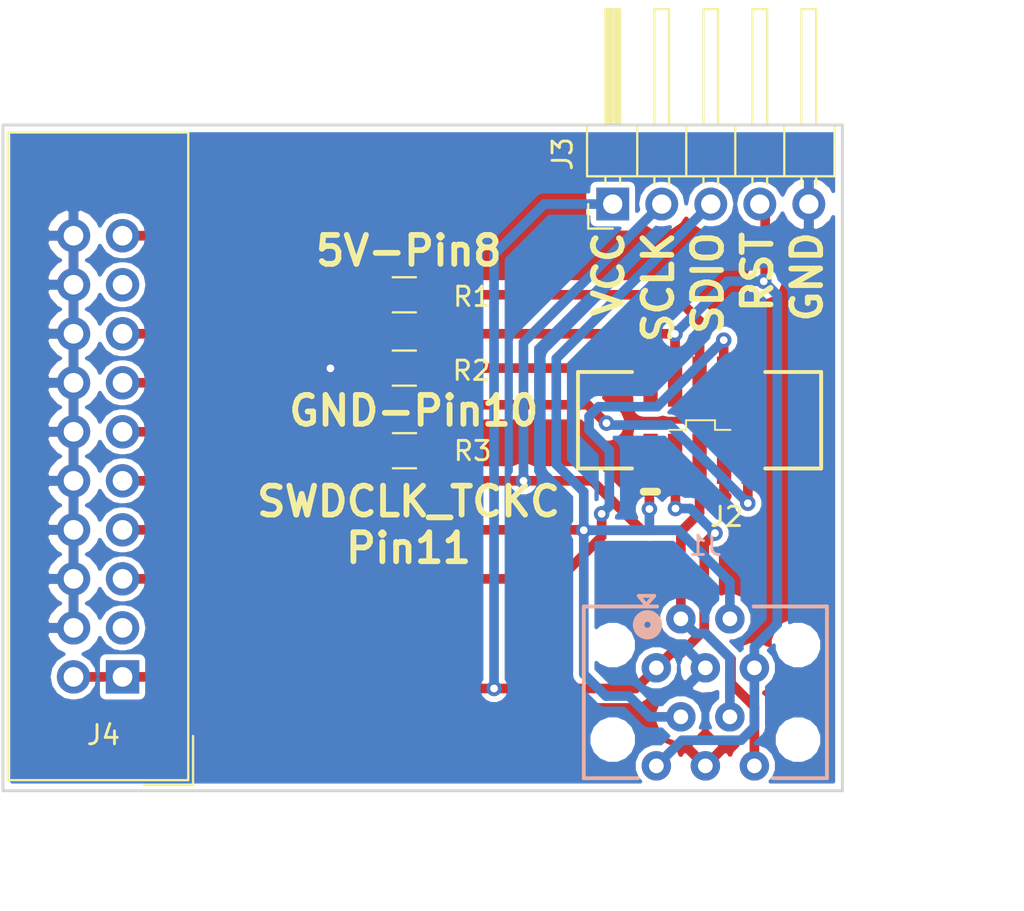
<source format=kicad_pcb>
(kicad_pcb (version 20171130) (host pcbnew 5.0.2-bee76a0~70~ubuntu16.04.1)

  (general
    (thickness 1.6)
    (drawings 14)
    (tracks 136)
    (zones 0)
    (modules 7)
    (nets 14)
  )

  (page A4)
  (layers
    (0 F.Cu signal)
    (31 B.Cu signal)
    (32 B.Adhes user)
    (33 F.Adhes user)
    (34 B.Paste user)
    (35 F.Paste user)
    (36 B.SilkS user)
    (37 F.SilkS user)
    (38 B.Mask user)
    (39 F.Mask user)
    (40 Dwgs.User user)
    (41 Cmts.User user hide)
    (42 Eco1.User user hide)
    (43 Eco2.User user hide)
    (44 Edge.Cuts user)
    (45 Margin user)
    (46 B.CrtYd user)
    (47 F.CrtYd user)
    (48 B.Fab user hide)
    (49 F.Fab user hide)
  )

  (setup
    (last_trace_width 0.5)
    (user_trace_width 0.25)
    (user_trace_width 0.5)
    (user_trace_width 0.75)
    (user_trace_width 1)
    (user_trace_width 1.5)
    (trace_clearance 0.2)
    (zone_clearance 0.3)
    (zone_45_only no)
    (trace_min 0.25)
    (segment_width 0.2)
    (edge_width 0.15)
    (via_size 0.8)
    (via_drill 0.4)
    (via_min_size 0.4)
    (via_min_drill 0.3)
    (user_via 0.6 0.3)
    (user_via 0.9 0.5)
    (uvia_size 0.3)
    (uvia_drill 0.1)
    (uvias_allowed no)
    (uvia_min_size 0.2)
    (uvia_min_drill 0.1)
    (pcb_text_width 0.3)
    (pcb_text_size 1.5 1.5)
    (mod_edge_width 0.15)
    (mod_text_size 1 1)
    (mod_text_width 0.15)
    (pad_size 1.524 1.524)
    (pad_drill 0.762)
    (pad_to_mask_clearance 0.051)
    (solder_mask_min_width 0.25)
    (aux_axis_origin 0 0)
    (visible_elements FFFDFF7F)
    (pcbplotparams
      (layerselection 0x010f0_ffffffff)
      (usegerberextensions false)
      (usegerberattributes false)
      (usegerberadvancedattributes false)
      (creategerberjobfile false)
      (excludeedgelayer true)
      (linewidth 0.100000)
      (plotframeref false)
      (viasonmask false)
      (mode 1)
      (useauxorigin false)
      (hpglpennumber 1)
      (hpglpenspeed 20)
      (hpglpendiameter 15.000000)
      (psnegative false)
      (psa4output false)
      (plotreference true)
      (plotvalue true)
      (plotinvisibletext false)
      (padsonsilk false)
      (subtractmaskfromsilk false)
      (outputformat 1)
      (mirror false)
      (drillshape 0)
      (scaleselection 1)
      (outputdirectory "gerber"))
  )

  (net 0 "")
  (net 1 /5V-Supply)
  (net 2 /SWDIO_TMSC)
  (net 3 /SWDCLK_TCKC)
  (net 4 /nRESET)
  (net 5 GND)
  (net 6 VCC)
  (net 7 /TDI)
  (net 8 /SWO_TDO)
  (net 9 /TRSTN)
  (net 10 "Net-(J2-Pad8)")
  (net 11 "Net-(J2-Pad10)")
  (net 12 "Net-(J4-Pad11)")
  (net 13 "Net-(J4-Pad17)")

  (net_class Default "This is the default net class."
    (clearance 0.2)
    (trace_width 0.25)
    (via_dia 0.8)
    (via_drill 0.4)
    (uvia_dia 0.3)
    (uvia_drill 0.1)
    (diff_pair_gap 0.25)
    (diff_pair_width 0.25)
    (add_net /5V-Supply)
    (add_net /SWDCLK_TCKC)
    (add_net /SWDIO_TMSC)
    (add_net /SWO_TDO)
    (add_net /TDI)
    (add_net /TRSTN)
    (add_net /nRESET)
    (add_net GND)
    (add_net "Net-(J2-Pad10)")
    (add_net "Net-(J2-Pad8)")
    (add_net "Net-(J4-Pad11)")
    (add_net "Net-(J4-Pad17)")
    (add_net VCC)
  )

  (module Resistor_SMD:R_1206_3216Metric_Pad1.42x1.75mm_HandSolder (layer F.Cu) (tedit 5B301BBD) (tstamp 5C41C5B0)
    (at 127.31 70.38)
    (descr "Resistor SMD 1206 (3216 Metric), square (rectangular) end terminal, IPC_7351 nominal with elongated pad for handsoldering. (Body size source: http://www.tortai-tech.com/upload/download/2011102023233369053.pdf), generated with kicad-footprint-generator")
    (tags "resistor handsolder")
    (path /5C1AE9D4)
    (attr smd)
    (fp_text reference R3 (at 3.53 0.01) (layer F.SilkS)
      (effects (font (size 1 1) (thickness 0.15)))
    )
    (fp_text value 0R (at 0 1.82) (layer F.Fab)
      (effects (font (size 1 1) (thickness 0.15)))
    )
    (fp_line (start -1.6 0.8) (end -1.6 -0.8) (layer F.Fab) (width 0.1))
    (fp_line (start -1.6 -0.8) (end 1.6 -0.8) (layer F.Fab) (width 0.1))
    (fp_line (start 1.6 -0.8) (end 1.6 0.8) (layer F.Fab) (width 0.1))
    (fp_line (start 1.6 0.8) (end -1.6 0.8) (layer F.Fab) (width 0.1))
    (fp_line (start -0.602064 -0.91) (end 0.602064 -0.91) (layer F.SilkS) (width 0.12))
    (fp_line (start -0.602064 0.91) (end 0.602064 0.91) (layer F.SilkS) (width 0.12))
    (fp_line (start -2.45 1.12) (end -2.45 -1.12) (layer F.CrtYd) (width 0.05))
    (fp_line (start -2.45 -1.12) (end 2.45 -1.12) (layer F.CrtYd) (width 0.05))
    (fp_line (start 2.45 -1.12) (end 2.45 1.12) (layer F.CrtYd) (width 0.05))
    (fp_line (start 2.45 1.12) (end -2.45 1.12) (layer F.CrtYd) (width 0.05))
    (fp_text user %R (at 0 0) (layer F.Fab)
      (effects (font (size 0.8 0.8) (thickness 0.12)))
    )
    (pad 1 smd roundrect (at -1.4875 0) (size 1.425 1.75) (layers F.Cu F.Paste F.Mask) (roundrect_rratio 0.175439)
      (net 3 /SWDCLK_TCKC))
    (pad 2 smd roundrect (at 1.4875 0) (size 1.425 1.75) (layers F.Cu F.Paste F.Mask) (roundrect_rratio 0.175439)
      (net 12 "Net-(J4-Pad11)"))
    (model ${KISYS3DMOD}/Resistor_SMD.3dshapes/R_1206_3216Metric.wrl
      (at (xyz 0 0 0))
      (scale (xyz 1 1 1))
      (rotate (xyz 0 0 0))
    )
  )

  (module Resistor_SMD:R_1206_3216Metric_Pad1.42x1.75mm_HandSolder (layer F.Cu) (tedit 5B301BBD) (tstamp 5C41C5A0)
    (at 127.3 66.1 180)
    (descr "Resistor SMD 1206 (3216 Metric), square (rectangular) end terminal, IPC_7351 nominal with elongated pad for handsoldering. (Body size source: http://www.tortai-tech.com/upload/download/2011102023233369053.pdf), generated with kicad-footprint-generator")
    (tags "resistor handsolder")
    (path /5C1B06A0)
    (attr smd)
    (fp_text reference R2 (at -3.48 -0.13 180) (layer F.SilkS)
      (effects (font (size 1 1) (thickness 0.15)))
    )
    (fp_text value 0R (at 0 1.82 180) (layer F.Fab)
      (effects (font (size 1 1) (thickness 0.15)))
    )
    (fp_text user %R (at 0 0 180) (layer F.Fab)
      (effects (font (size 0.8 0.8) (thickness 0.12)))
    )
    (fp_line (start 2.45 1.12) (end -2.45 1.12) (layer F.CrtYd) (width 0.05))
    (fp_line (start 2.45 -1.12) (end 2.45 1.12) (layer F.CrtYd) (width 0.05))
    (fp_line (start -2.45 -1.12) (end 2.45 -1.12) (layer F.CrtYd) (width 0.05))
    (fp_line (start -2.45 1.12) (end -2.45 -1.12) (layer F.CrtYd) (width 0.05))
    (fp_line (start -0.602064 0.91) (end 0.602064 0.91) (layer F.SilkS) (width 0.12))
    (fp_line (start -0.602064 -0.91) (end 0.602064 -0.91) (layer F.SilkS) (width 0.12))
    (fp_line (start 1.6 0.8) (end -1.6 0.8) (layer F.Fab) (width 0.1))
    (fp_line (start 1.6 -0.8) (end 1.6 0.8) (layer F.Fab) (width 0.1))
    (fp_line (start -1.6 -0.8) (end 1.6 -0.8) (layer F.Fab) (width 0.1))
    (fp_line (start -1.6 0.8) (end -1.6 -0.8) (layer F.Fab) (width 0.1))
    (pad 2 smd roundrect (at 1.4875 0 180) (size 1.425 1.75) (layers F.Cu F.Paste F.Mask) (roundrect_rratio 0.175439)
      (net 5 GND))
    (pad 1 smd roundrect (at -1.4875 0 180) (size 1.425 1.75) (layers F.Cu F.Paste F.Mask) (roundrect_rratio 0.175439)
      (net 11 "Net-(J2-Pad10)"))
    (model ${KISYS3DMOD}/Resistor_SMD.3dshapes/R_1206_3216Metric.wrl
      (at (xyz 0 0 0))
      (scale (xyz 1 1 1))
      (rotate (xyz 0 0 0))
    )
  )

  (module Resistor_SMD:R_1206_3216Metric_Pad1.42x1.75mm_HandSolder (layer F.Cu) (tedit 5B301BBD) (tstamp 5C41C590)
    (at 127.3 62.3 180)
    (descr "Resistor SMD 1206 (3216 Metric), square (rectangular) end terminal, IPC_7351 nominal with elongated pad for handsoldering. (Body size source: http://www.tortai-tech.com/upload/download/2011102023233369053.pdf), generated with kicad-footprint-generator")
    (tags "resistor handsolder")
    (path /5C190F99)
    (attr smd)
    (fp_text reference R1 (at -3.51 -0.1 180) (layer F.SilkS)
      (effects (font (size 1 1) (thickness 0.15)))
    )
    (fp_text value 0R (at 0 1.82 180) (layer F.Fab)
      (effects (font (size 1 1) (thickness 0.15)))
    )
    (fp_line (start -1.6 0.8) (end -1.6 -0.8) (layer F.Fab) (width 0.1))
    (fp_line (start -1.6 -0.8) (end 1.6 -0.8) (layer F.Fab) (width 0.1))
    (fp_line (start 1.6 -0.8) (end 1.6 0.8) (layer F.Fab) (width 0.1))
    (fp_line (start 1.6 0.8) (end -1.6 0.8) (layer F.Fab) (width 0.1))
    (fp_line (start -0.602064 -0.91) (end 0.602064 -0.91) (layer F.SilkS) (width 0.12))
    (fp_line (start -0.602064 0.91) (end 0.602064 0.91) (layer F.SilkS) (width 0.12))
    (fp_line (start -2.45 1.12) (end -2.45 -1.12) (layer F.CrtYd) (width 0.05))
    (fp_line (start -2.45 -1.12) (end 2.45 -1.12) (layer F.CrtYd) (width 0.05))
    (fp_line (start 2.45 -1.12) (end 2.45 1.12) (layer F.CrtYd) (width 0.05))
    (fp_line (start 2.45 1.12) (end -2.45 1.12) (layer F.CrtYd) (width 0.05))
    (fp_text user %R (at 0 0 180) (layer F.Fab)
      (effects (font (size 0.8 0.8) (thickness 0.12)))
    )
    (pad 1 smd roundrect (at -1.4875 0 180) (size 1.425 1.75) (layers F.Cu F.Paste F.Mask) (roundrect_rratio 0.175439)
      (net 10 "Net-(J2-Pad8)"))
    (pad 2 smd roundrect (at 1.4875 0 180) (size 1.425 1.75) (layers F.Cu F.Paste F.Mask) (roundrect_rratio 0.175439)
      (net 1 /5V-Supply))
    (model ${KISYS3DMOD}/Resistor_SMD.3dshapes/R_1206_3216Metric.wrl
      (at (xyz 0 0 0))
      (scale (xyz 1 1 1))
      (rotate (xyz 0 0 0))
    )
  )

  (module Connector_IDC:IDC-Header_2x10_P2.54mm_Vertical (layer F.Cu) (tedit 59DE0251) (tstamp 5C41B632)
    (at 112.7 82.1 180)
    (descr "Through hole straight IDC box header, 2x10, 2.54mm pitch, double rows")
    (tags "Through hole IDC box header THT 2x10 2.54mm double row")
    (path /5C155F0F)
    (fp_text reference J4 (at 0.99 -3.01 180) (layer F.SilkS)
      (effects (font (size 1 1) (thickness 0.15)))
    )
    (fp_text value Conn_02x10_Odd_Even (at 1.27 29.464 180) (layer F.Fab)
      (effects (font (size 1 1) (thickness 0.15)))
    )
    (fp_text user %R (at 1.27 11.43 180) (layer F.Fab)
      (effects (font (size 1 1) (thickness 0.15)))
    )
    (fp_line (start 5.695 -5.1) (end 5.695 27.96) (layer F.Fab) (width 0.1))
    (fp_line (start 5.145 -4.56) (end 5.145 27.4) (layer F.Fab) (width 0.1))
    (fp_line (start -3.155 -5.1) (end -3.155 27.96) (layer F.Fab) (width 0.1))
    (fp_line (start -2.605 -4.56) (end -2.605 9.18) (layer F.Fab) (width 0.1))
    (fp_line (start -2.605 13.68) (end -2.605 27.4) (layer F.Fab) (width 0.1))
    (fp_line (start -2.605 9.18) (end -3.155 9.18) (layer F.Fab) (width 0.1))
    (fp_line (start -2.605 13.68) (end -3.155 13.68) (layer F.Fab) (width 0.1))
    (fp_line (start 5.695 -5.1) (end -3.155 -5.1) (layer F.Fab) (width 0.1))
    (fp_line (start 5.145 -4.56) (end -2.605 -4.56) (layer F.Fab) (width 0.1))
    (fp_line (start 5.695 27.96) (end -3.155 27.96) (layer F.Fab) (width 0.1))
    (fp_line (start 5.145 27.4) (end -2.605 27.4) (layer F.Fab) (width 0.1))
    (fp_line (start 5.695 -5.1) (end 5.145 -4.56) (layer F.Fab) (width 0.1))
    (fp_line (start 5.695 27.96) (end 5.145 27.4) (layer F.Fab) (width 0.1))
    (fp_line (start -3.155 -5.1) (end -2.605 -4.56) (layer F.Fab) (width 0.1))
    (fp_line (start -3.155 27.96) (end -2.605 27.4) (layer F.Fab) (width 0.1))
    (fp_line (start 5.95 -5.35) (end 5.95 28.21) (layer F.CrtYd) (width 0.05))
    (fp_line (start 5.95 28.21) (end -3.41 28.21) (layer F.CrtYd) (width 0.05))
    (fp_line (start -3.41 28.21) (end -3.41 -5.35) (layer F.CrtYd) (width 0.05))
    (fp_line (start -3.41 -5.35) (end 5.95 -5.35) (layer F.CrtYd) (width 0.05))
    (fp_line (start 5.945 -5.35) (end 5.945 28.21) (layer F.SilkS) (width 0.12))
    (fp_line (start 5.945 28.21) (end -3.405 28.21) (layer F.SilkS) (width 0.12))
    (fp_line (start -3.405 28.21) (end -3.405 -5.35) (layer F.SilkS) (width 0.12))
    (fp_line (start -3.405 -5.35) (end 5.945 -5.35) (layer F.SilkS) (width 0.12))
    (fp_line (start -3.655 -5.6) (end -3.655 -3.06) (layer F.SilkS) (width 0.12))
    (fp_line (start -3.655 -5.6) (end -1.115 -5.6) (layer F.SilkS) (width 0.12))
    (pad 1 thru_hole rect (at 0 0 180) (size 1.7272 1.7272) (drill 1.016) (layers *.Cu *.Mask)
      (net 6 VCC))
    (pad 2 thru_hole oval (at 2.54 0 180) (size 1.7272 1.7272) (drill 1.016) (layers *.Cu *.Mask)
      (net 6 VCC))
    (pad 3 thru_hole oval (at 0 2.54 180) (size 1.7272 1.7272) (drill 1.016) (layers *.Cu *.Mask)
      (net 9 /TRSTN))
    (pad 4 thru_hole oval (at 2.54 2.54 180) (size 1.7272 1.7272) (drill 1.016) (layers *.Cu *.Mask)
      (net 5 GND))
    (pad 5 thru_hole oval (at 0 5.08 180) (size 1.7272 1.7272) (drill 1.016) (layers *.Cu *.Mask)
      (net 7 /TDI))
    (pad 6 thru_hole oval (at 2.54 5.08 180) (size 1.7272 1.7272) (drill 1.016) (layers *.Cu *.Mask)
      (net 5 GND))
    (pad 7 thru_hole oval (at 0 7.62 180) (size 1.7272 1.7272) (drill 1.016) (layers *.Cu *.Mask)
      (net 2 /SWDIO_TMSC))
    (pad 8 thru_hole oval (at 2.54 7.62 180) (size 1.7272 1.7272) (drill 1.016) (layers *.Cu *.Mask)
      (net 5 GND))
    (pad 9 thru_hole oval (at 0 10.16 180) (size 1.7272 1.7272) (drill 1.016) (layers *.Cu *.Mask)
      (net 3 /SWDCLK_TCKC))
    (pad 10 thru_hole oval (at 2.54 10.16 180) (size 1.7272 1.7272) (drill 1.016) (layers *.Cu *.Mask)
      (net 5 GND))
    (pad 11 thru_hole oval (at 0 12.7 180) (size 1.7272 1.7272) (drill 1.016) (layers *.Cu *.Mask)
      (net 12 "Net-(J4-Pad11)"))
    (pad 12 thru_hole oval (at 2.54 12.7 180) (size 1.7272 1.7272) (drill 1.016) (layers *.Cu *.Mask)
      (net 5 GND))
    (pad 13 thru_hole oval (at 0 15.24 180) (size 1.7272 1.7272) (drill 1.016) (layers *.Cu *.Mask)
      (net 8 /SWO_TDO))
    (pad 14 thru_hole oval (at 2.54 15.24 180) (size 1.7272 1.7272) (drill 1.016) (layers *.Cu *.Mask)
      (net 5 GND))
    (pad 15 thru_hole oval (at 0 17.78 180) (size 1.7272 1.7272) (drill 1.016) (layers *.Cu *.Mask)
      (net 4 /nRESET))
    (pad 16 thru_hole oval (at 2.54 17.78 180) (size 1.7272 1.7272) (drill 1.016) (layers *.Cu *.Mask)
      (net 5 GND))
    (pad 17 thru_hole oval (at 0 20.32 180) (size 1.7272 1.7272) (drill 1.016) (layers *.Cu *.Mask)
      (net 13 "Net-(J4-Pad17)"))
    (pad 18 thru_hole oval (at 2.54 20.32 180) (size 1.7272 1.7272) (drill 1.016) (layers *.Cu *.Mask)
      (net 5 GND))
    (pad 19 thru_hole oval (at 0 22.86 180) (size 1.7272 1.7272) (drill 1.016) (layers *.Cu *.Mask)
      (net 1 /5V-Supply))
    (pad 20 thru_hole oval (at 2.54 22.86 180) (size 1.7272 1.7272) (drill 1.016) (layers *.Cu *.Mask)
      (net 5 GND))
    (model ${KISYS3DMOD}/Connector_IDC.3dshapes/IDC-Header_2x10_P2.54mm_Vertical.wrl
      (at (xyz 0 0 0))
      (scale (xyz 1 1 1))
      (rotate (xyz 0 0 0))
    )
  )

  (module Connector_PinHeader_2.54mm:PinHeader_1x05_P2.54mm_Horizontal (layer F.Cu) (tedit 59FED5CB) (tstamp 5C41A8DD)
    (at 138.1 57.6 90)
    (descr "Through hole angled pin header, 1x05, 2.54mm pitch, 6mm pin length, single row")
    (tags "Through hole angled pin header THT 1x05 2.54mm single row")
    (path /5C17E4A9)
    (fp_text reference J3 (at 2.6 -2.6 90) (layer F.SilkS)
      (effects (font (size 1 1) (thickness 0.15)))
    )
    (fp_text value Conn_01x05 (at 4.385 12.43 90) (layer F.Fab)
      (effects (font (size 1 1) (thickness 0.15)))
    )
    (fp_line (start 2.135 -1.27) (end 4.04 -1.27) (layer F.Fab) (width 0.1))
    (fp_line (start 4.04 -1.27) (end 4.04 11.43) (layer F.Fab) (width 0.1))
    (fp_line (start 4.04 11.43) (end 1.5 11.43) (layer F.Fab) (width 0.1))
    (fp_line (start 1.5 11.43) (end 1.5 -0.635) (layer F.Fab) (width 0.1))
    (fp_line (start 1.5 -0.635) (end 2.135 -1.27) (layer F.Fab) (width 0.1))
    (fp_line (start -0.32 -0.32) (end 1.5 -0.32) (layer F.Fab) (width 0.1))
    (fp_line (start -0.32 -0.32) (end -0.32 0.32) (layer F.Fab) (width 0.1))
    (fp_line (start -0.32 0.32) (end 1.5 0.32) (layer F.Fab) (width 0.1))
    (fp_line (start 4.04 -0.32) (end 10.04 -0.32) (layer F.Fab) (width 0.1))
    (fp_line (start 10.04 -0.32) (end 10.04 0.32) (layer F.Fab) (width 0.1))
    (fp_line (start 4.04 0.32) (end 10.04 0.32) (layer F.Fab) (width 0.1))
    (fp_line (start -0.32 2.22) (end 1.5 2.22) (layer F.Fab) (width 0.1))
    (fp_line (start -0.32 2.22) (end -0.32 2.86) (layer F.Fab) (width 0.1))
    (fp_line (start -0.32 2.86) (end 1.5 2.86) (layer F.Fab) (width 0.1))
    (fp_line (start 4.04 2.22) (end 10.04 2.22) (layer F.Fab) (width 0.1))
    (fp_line (start 10.04 2.22) (end 10.04 2.86) (layer F.Fab) (width 0.1))
    (fp_line (start 4.04 2.86) (end 10.04 2.86) (layer F.Fab) (width 0.1))
    (fp_line (start -0.32 4.76) (end 1.5 4.76) (layer F.Fab) (width 0.1))
    (fp_line (start -0.32 4.76) (end -0.32 5.4) (layer F.Fab) (width 0.1))
    (fp_line (start -0.32 5.4) (end 1.5 5.4) (layer F.Fab) (width 0.1))
    (fp_line (start 4.04 4.76) (end 10.04 4.76) (layer F.Fab) (width 0.1))
    (fp_line (start 10.04 4.76) (end 10.04 5.4) (layer F.Fab) (width 0.1))
    (fp_line (start 4.04 5.4) (end 10.04 5.4) (layer F.Fab) (width 0.1))
    (fp_line (start -0.32 7.3) (end 1.5 7.3) (layer F.Fab) (width 0.1))
    (fp_line (start -0.32 7.3) (end -0.32 7.94) (layer F.Fab) (width 0.1))
    (fp_line (start -0.32 7.94) (end 1.5 7.94) (layer F.Fab) (width 0.1))
    (fp_line (start 4.04 7.3) (end 10.04 7.3) (layer F.Fab) (width 0.1))
    (fp_line (start 10.04 7.3) (end 10.04 7.94) (layer F.Fab) (width 0.1))
    (fp_line (start 4.04 7.94) (end 10.04 7.94) (layer F.Fab) (width 0.1))
    (fp_line (start -0.32 9.84) (end 1.5 9.84) (layer F.Fab) (width 0.1))
    (fp_line (start -0.32 9.84) (end -0.32 10.48) (layer F.Fab) (width 0.1))
    (fp_line (start -0.32 10.48) (end 1.5 10.48) (layer F.Fab) (width 0.1))
    (fp_line (start 4.04 9.84) (end 10.04 9.84) (layer F.Fab) (width 0.1))
    (fp_line (start 10.04 9.84) (end 10.04 10.48) (layer F.Fab) (width 0.1))
    (fp_line (start 4.04 10.48) (end 10.04 10.48) (layer F.Fab) (width 0.1))
    (fp_line (start 1.44 -1.33) (end 1.44 11.49) (layer F.SilkS) (width 0.12))
    (fp_line (start 1.44 11.49) (end 4.1 11.49) (layer F.SilkS) (width 0.12))
    (fp_line (start 4.1 11.49) (end 4.1 -1.33) (layer F.SilkS) (width 0.12))
    (fp_line (start 4.1 -1.33) (end 1.44 -1.33) (layer F.SilkS) (width 0.12))
    (fp_line (start 4.1 -0.38) (end 10.1 -0.38) (layer F.SilkS) (width 0.12))
    (fp_line (start 10.1 -0.38) (end 10.1 0.38) (layer F.SilkS) (width 0.12))
    (fp_line (start 10.1 0.38) (end 4.1 0.38) (layer F.SilkS) (width 0.12))
    (fp_line (start 4.1 -0.32) (end 10.1 -0.32) (layer F.SilkS) (width 0.12))
    (fp_line (start 4.1 -0.2) (end 10.1 -0.2) (layer F.SilkS) (width 0.12))
    (fp_line (start 4.1 -0.08) (end 10.1 -0.08) (layer F.SilkS) (width 0.12))
    (fp_line (start 4.1 0.04) (end 10.1 0.04) (layer F.SilkS) (width 0.12))
    (fp_line (start 4.1 0.16) (end 10.1 0.16) (layer F.SilkS) (width 0.12))
    (fp_line (start 4.1 0.28) (end 10.1 0.28) (layer F.SilkS) (width 0.12))
    (fp_line (start 1.11 -0.38) (end 1.44 -0.38) (layer F.SilkS) (width 0.12))
    (fp_line (start 1.11 0.38) (end 1.44 0.38) (layer F.SilkS) (width 0.12))
    (fp_line (start 1.44 1.27) (end 4.1 1.27) (layer F.SilkS) (width 0.12))
    (fp_line (start 4.1 2.16) (end 10.1 2.16) (layer F.SilkS) (width 0.12))
    (fp_line (start 10.1 2.16) (end 10.1 2.92) (layer F.SilkS) (width 0.12))
    (fp_line (start 10.1 2.92) (end 4.1 2.92) (layer F.SilkS) (width 0.12))
    (fp_line (start 1.042929 2.16) (end 1.44 2.16) (layer F.SilkS) (width 0.12))
    (fp_line (start 1.042929 2.92) (end 1.44 2.92) (layer F.SilkS) (width 0.12))
    (fp_line (start 1.44 3.81) (end 4.1 3.81) (layer F.SilkS) (width 0.12))
    (fp_line (start 4.1 4.7) (end 10.1 4.7) (layer F.SilkS) (width 0.12))
    (fp_line (start 10.1 4.7) (end 10.1 5.46) (layer F.SilkS) (width 0.12))
    (fp_line (start 10.1 5.46) (end 4.1 5.46) (layer F.SilkS) (width 0.12))
    (fp_line (start 1.042929 4.7) (end 1.44 4.7) (layer F.SilkS) (width 0.12))
    (fp_line (start 1.042929 5.46) (end 1.44 5.46) (layer F.SilkS) (width 0.12))
    (fp_line (start 1.44 6.35) (end 4.1 6.35) (layer F.SilkS) (width 0.12))
    (fp_line (start 4.1 7.24) (end 10.1 7.24) (layer F.SilkS) (width 0.12))
    (fp_line (start 10.1 7.24) (end 10.1 8) (layer F.SilkS) (width 0.12))
    (fp_line (start 10.1 8) (end 4.1 8) (layer F.SilkS) (width 0.12))
    (fp_line (start 1.042929 7.24) (end 1.44 7.24) (layer F.SilkS) (width 0.12))
    (fp_line (start 1.042929 8) (end 1.44 8) (layer F.SilkS) (width 0.12))
    (fp_line (start 1.44 8.89) (end 4.1 8.89) (layer F.SilkS) (width 0.12))
    (fp_line (start 4.1 9.78) (end 10.1 9.78) (layer F.SilkS) (width 0.12))
    (fp_line (start 10.1 9.78) (end 10.1 10.54) (layer F.SilkS) (width 0.12))
    (fp_line (start 10.1 10.54) (end 4.1 10.54) (layer F.SilkS) (width 0.12))
    (fp_line (start 1.042929 9.78) (end 1.44 9.78) (layer F.SilkS) (width 0.12))
    (fp_line (start 1.042929 10.54) (end 1.44 10.54) (layer F.SilkS) (width 0.12))
    (fp_line (start -1.27 0) (end -1.27 -1.27) (layer F.SilkS) (width 0.12))
    (fp_line (start -1.27 -1.27) (end 0 -1.27) (layer F.SilkS) (width 0.12))
    (fp_line (start -1.8 -1.8) (end -1.8 11.95) (layer F.CrtYd) (width 0.05))
    (fp_line (start -1.8 11.95) (end 10.55 11.95) (layer F.CrtYd) (width 0.05))
    (fp_line (start 10.55 11.95) (end 10.55 -1.8) (layer F.CrtYd) (width 0.05))
    (fp_line (start 10.55 -1.8) (end -1.8 -1.8) (layer F.CrtYd) (width 0.05))
    (fp_text user %R (at 2.77 5.08 180) (layer F.Fab)
      (effects (font (size 1 1) (thickness 0.15)))
    )
    (pad 1 thru_hole rect (at 0 0 90) (size 1.7 1.7) (drill 1) (layers *.Cu *.Mask)
      (net 6 VCC))
    (pad 2 thru_hole oval (at 0 2.54 90) (size 1.7 1.7) (drill 1) (layers *.Cu *.Mask)
      (net 3 /SWDCLK_TCKC))
    (pad 3 thru_hole oval (at 0 5.08 90) (size 1.7 1.7) (drill 1) (layers *.Cu *.Mask)
      (net 2 /SWDIO_TMSC))
    (pad 4 thru_hole oval (at 0 7.62 90) (size 1.7 1.7) (drill 1) (layers *.Cu *.Mask)
      (net 4 /nRESET))
    (pad 5 thru_hole oval (at 0 10.16 90) (size 1.7 1.7) (drill 1) (layers *.Cu *.Mask)
      (net 5 GND))
    (model ${KISYS3DMOD}/Connector_PinHeader_2.54mm.3dshapes/PinHeader_1x05_P2.54mm_Horizontal.wrl
      (at (xyz 0 0 0))
      (scale (xyz 1 1 1))
      (rotate (xyz 0 0 0))
    )
  )

  (module Local:IDC-10-SMD-BOARD (layer F.Cu) (tedit 5C17865E) (tstamp 5C41A883)
    (at 142.6 68.8)
    (path /5C17E792)
    (attr smd)
    (fp_text reference J2 (at 1.4 5 180) (layer F.SilkS)
      (effects (font (size 1 1) (thickness 0.15)))
    )
    (fp_text value Conn_02x05_Odd_Even (at 0 -4.9) (layer F.Fab)
      (effects (font (size 1 1) (thickness 0.15)))
    )
    (fp_line (start -2.2 3.7) (end -2.9 3.7) (layer F.SilkS) (width 0.4))
    (fp_line (start -3.55 -3.95) (end 3.55 -3.95) (layer F.CrtYd) (width 0.05))
    (fp_line (start 3.55 -3.95) (end 3.55 3.95) (layer F.CrtYd) (width 0.05))
    (fp_line (start 3.55 3.95) (end -3.55 3.95) (layer F.CrtYd) (width 0.05))
    (fp_line (start -3.55 3.95) (end -3.55 -3.95) (layer F.CrtYd) (width 0.05))
    (fp_line (start -6.3 2.5) (end -6.3 -2.5) (layer F.SilkS) (width 0.2))
    (fp_line (start -6.3 -2.5) (end -3.5 -2.5) (layer F.SilkS) (width 0.2))
    (fp_line (start 6.3 -2.5) (end 3.4 -2.5) (layer F.SilkS) (width 0.2))
    (fp_line (start 6.3 -2.5) (end 6.3 2.5) (layer F.SilkS) (width 0.2))
    (fp_line (start 6.3 2.5) (end 3.4 2.5) (layer F.SilkS) (width 0.2))
    (fp_line (start -6.3 2.5) (end -3.5 2.5) (layer F.SilkS) (width 0.2))
    (fp_line (start -0.7 0.5) (end -0.7 0) (layer F.SilkS) (width 0.1))
    (fp_line (start -0.7 0) (end 0.8 0) (layer F.SilkS) (width 0.1))
    (fp_line (start 0.8 0) (end 0.8 0.5) (layer F.SilkS) (width 0.1))
    (fp_line (start 0.8 0.5) (end 1.6 0.5) (layer F.SilkS) (width 0.1))
    (fp_line (start -0.7 0.5) (end -1.6 0.5) (layer F.SilkS) (width 0.1))
    (pad 10 smd rect (at -2.54 -2) (size 0.74 2.6) (layers F.Cu F.Paste F.Mask)
      (net 11 "Net-(J2-Pad10)"))
    (pad 1 smd rect (at -2.54 2) (size 0.74 2.6) (layers F.Cu F.Paste F.Mask)
      (net 2 /SWDIO_TMSC))
    (pad 9 smd rect (at -1.27 -2) (size 0.74 2.6) (layers F.Cu F.Paste F.Mask)
      (net 4 /nRESET))
    (pad 2 smd rect (at -1.27 2) (size 0.74 2.6) (layers F.Cu F.Paste F.Mask)
      (net 6 VCC))
    (pad 8 smd rect (at 0 -2) (size 0.74 2.6) (layers F.Cu F.Paste F.Mask)
      (net 10 "Net-(J2-Pad8)"))
    (pad 3 smd rect (at 0 2) (size 0.74 2.6) (layers F.Cu F.Paste F.Mask)
      (net 3 /SWDCLK_TCKC))
    (pad 7 smd rect (at 1.27 -2) (size 0.74 2.6) (layers F.Cu F.Paste F.Mask)
      (net 7 /TDI))
    (pad 4 smd rect (at 1.27 2) (size 0.74 2.6) (layers F.Cu F.Paste F.Mask)
      (net 5 GND))
    (pad 6 smd rect (at 2.54 -2) (size 0.74 2.6) (layers F.Cu F.Paste F.Mask)
      (net 5 GND))
    (pad 5 smd rect (at 2.54 2) (size 0.74 2.6) (layers F.Cu F.Paste F.Mask)
      (net 8 /SWO_TDO))
  )

  (module Local:PCIE-10-TH (layer B.Cu) (tedit 5C17B157) (tstamp 5C41A865)
    (at 142.9 82.9)
    (path /5C196234)
    (fp_text reference J1 (at 0 -7.6) (layer B.SilkS)
      (effects (font (size 1 1) (thickness 0.15)) (justify mirror))
    )
    (fp_text value Conn_02x05_Edge_connector (at -0.1 6.6) (layer B.Fab)
      (effects (font (size 1 1) (thickness 0.15)) (justify mirror))
    )
    (fp_line (start 6.3 4.45) (end 6.3 -4.45) (layer B.SilkS) (width 0.2))
    (fp_line (start -6.3 -4.45) (end -6.3 4.45) (layer B.SilkS) (width 0.2))
    (fp_line (start 3.5 4.45) (end 6.3 4.45) (layer B.SilkS) (width 0.2))
    (fp_line (start -6.3 4.45) (end -3.5 4.45) (layer B.SilkS) (width 0.2))
    (fp_line (start -6.3 -4.45) (end -2.5 -4.45) (layer B.SilkS) (width 0.2))
    (fp_line (start 2.5 -4.45) (end 6.3 -4.45) (layer B.SilkS) (width 0.2))
    (fp_circle (center -3 -3.5) (end -2.841886 -3.5) (layer B.SilkS) (width 0.6))
    (fp_line (start -3 -4.45) (end -3.45 -5) (layer B.SilkS) (width 0.2))
    (fp_line (start -3.45 -5) (end -2.65 -5) (layer B.SilkS) (width 0.2))
    (fp_line (start -2.65 -5) (end -3.05 -4.55) (layer B.SilkS) (width 0.2))
    (pad 4 thru_hole circle (at -1.27 1.27) (size 1.524 1.524) (drill 0.762) (layers *.Cu *.Mask)
      (net 2 /SWDIO_TMSC))
    (pad 8 thru_hole circle (at 1.27 1.27) (size 1.524 1.524) (drill 0.762) (layers *.Cu *.Mask)
      (net 3 /SWDCLK_TCKC))
    (pad 2 thru_hole circle (at -2.54 3.81) (size 1.524 1.524) (drill 0.762) (layers *.Cu *.Mask)
      (net 4 /nRESET))
    (pad 6 thru_hole circle (at 0 3.81) (size 1.524 1.524) (drill 0.762) (layers *.Cu *.Mask)
      (net 5 GND))
    (pad 10 thru_hole circle (at 2.54 3.81) (size 1.524 1.524) (drill 0.762) (layers *.Cu *.Mask)
      (net 6 VCC))
    (pad 1 thru_hole circle (at -2.54 -1.27) (size 1.524 1.524) (drill 0.762) (layers *.Cu *.Mask)
      (net 6 VCC))
    (pad 5 thru_hole circle (at 0 -1.27) (size 1.524 1.524) (drill 0.762) (layers *.Cu *.Mask)
      (net 5 GND))
    (pad 9 thru_hole circle (at 2.54 -1.27) (size 1.524 1.524) (drill 0.762) (layers *.Cu *.Mask)
      (net 4 /nRESET))
    (pad 3 thru_hole circle (at -1.27 -3.81) (size 1.524 1.524) (drill 0.762) (layers *.Cu *.Mask)
      (net 3 /SWDCLK_TCKC))
    (pad 7 thru_hole circle (at 1.27 -3.81) (size 1.524 1.524) (drill 0.762) (layers *.Cu *.Mask)
      (net 2 /SWDIO_TMSC))
    (pad "" np_thru_hole circle (at -4.8 2.45) (size 1.7 1.7) (drill 1.7) (layers *.Cu *.Mask))
    (pad "" np_thru_hole circle (at -4.8 -2.45) (size 1.7 1.7) (drill 1.7) (layers *.Cu *.Mask))
    (pad "" np_thru_hole circle (at 4.8 2.45) (size 1.7 1.7) (drill 1.7) (layers *.Cu *.Mask))
    (pad "" np_thru_hole circle (at 4.8 -2.45) (size 1.7 1.7) (drill 1.7) (layers *.Cu *.Mask))
  )

  (dimension 34.5 (width 0.3) (layer Dwgs.User)
    (gr_text "34.500 mm" (at 157.5 70.75 270) (layer Dwgs.User)
      (effects (font (size 1.5 1.5) (thickness 0.3)))
    )
    (feature1 (pts (xy 150 88) (xy 155.986421 88)))
    (feature2 (pts (xy 150 53.5) (xy 155.986421 53.5)))
    (crossbar (pts (xy 155.4 53.5) (xy 155.4 88)))
    (arrow1a (pts (xy 155.4 88) (xy 154.813579 86.873496)))
    (arrow1b (pts (xy 155.4 88) (xy 155.986421 86.873496)))
    (arrow2a (pts (xy 155.4 53.5) (xy 154.813579 54.626504)))
    (arrow2b (pts (xy 155.4 53.5) (xy 155.986421 54.626504)))
  )
  (dimension 43.5 (width 0.3) (layer Dwgs.User)
    (gr_text "43.500 mm" (at 128.25 95.599999) (layer Dwgs.User)
      (effects (font (size 1.5 1.5) (thickness 0.3)))
    )
    (feature1 (pts (xy 150 88) (xy 150 94.08642)))
    (feature2 (pts (xy 106.5 88) (xy 106.5 94.08642)))
    (crossbar (pts (xy 106.5 93.499999) (xy 150 93.499999)))
    (arrow1a (pts (xy 150 93.499999) (xy 148.873496 94.08642)))
    (arrow1b (pts (xy 150 93.499999) (xy 148.873496 92.913578)))
    (arrow2a (pts (xy 106.5 93.499999) (xy 107.626504 94.08642)))
    (arrow2b (pts (xy 106.5 93.499999) (xy 107.626504 92.913578)))
  )
  (gr_text GND-Pin10 (at 127.79 68.31) (layer F.SilkS)
    (effects (font (size 1.5 1.5) (thickness 0.3)))
  )
  (gr_text "SWDCLK_TCKC\nPin11" (at 127.52 74.22) (layer F.SilkS)
    (effects (font (size 1.5 1.5) (thickness 0.3)))
  )
  (gr_text 5V-Pin8 (at 127.53 60.02) (layer F.SilkS)
    (effects (font (size 1.5 1.5) (thickness 0.3)))
  )
  (gr_text GND (at 148.17 61.37 90) (layer F.SilkS) (tstamp 5C41C92E)
    (effects (font (size 1.5 1.5) (thickness 0.3)))
  )
  (gr_text RST (at 145.6 61.12 90) (layer F.SilkS) (tstamp 5C41C929)
    (effects (font (size 1.5 1.5) (thickness 0.3)))
  )
  (gr_text SDIO (at 143.03 61.691428 90) (layer F.SilkS) (tstamp 5C41C918)
    (effects (font (size 1.5 1.5) (thickness 0.3)))
  )
  (gr_text SCLK (at 140.46 61.905714 90) (layer F.SilkS)
    (effects (font (size 1.5 1.5) (thickness 0.3)))
  )
  (gr_text VCC (at 137.89 61.227142 90) (layer F.SilkS)
    (effects (font (size 1.5 1.5) (thickness 0.3)))
  )
  (gr_line (start 150 53.5) (end 106.5 53.5) (layer Edge.Cuts) (width 0.15))
  (gr_line (start 150 88) (end 150 53.5) (layer Edge.Cuts) (width 0.15))
  (gr_line (start 106.5 88) (end 150 88) (layer Edge.Cuts) (width 0.15))
  (gr_line (start 106.5 53.5) (end 106.5 88) (layer Edge.Cuts) (width 0.15))

  (segment (start 112.7 59.24) (end 118.93 59.24) (width 0.5) (layer F.Cu) (net 1))
  (segment (start 121.99 62.3) (end 125.8125 62.3) (width 0.5) (layer F.Cu) (net 1))
  (segment (start 118.93 59.24) (end 121.99 62.3) (width 0.5) (layer F.Cu) (net 1))
  (via (at 136.6 74.5) (size 0.8) (drill 0.4) (layers F.Cu B.Cu) (net 2))
  (segment (start 136.58 74.48) (end 136.6 74.5) (width 0.5) (layer F.Cu) (net 2))
  (segment (start 112.7 74.48) (end 136.58 74.48) (width 0.5) (layer F.Cu) (net 2))
  (via (at 140 73.4) (size 0.8) (drill 0.4) (layers F.Cu B.Cu) (net 2))
  (segment (start 140 70.86) (end 140.06 70.8) (width 0.5) (layer F.Cu) (net 2))
  (segment (start 140 73.4) (end 140 70.86) (width 0.5) (layer F.Cu) (net 2))
  (segment (start 144.17 77.17) (end 144.17 79.09) (width 0.5) (layer B.Cu) (net 2))
  (segment (start 141.5 74.5) (end 144.17 77.17) (width 0.5) (layer B.Cu) (net 2))
  (segment (start 136.6 74.5) (end 141.5 74.5) (width 0.5) (layer B.Cu) (net 2))
  (segment (start 140 74.5) (end 140 73.4) (width 0.5) (layer B.Cu) (net 2))
  (segment (start 136.6 74.5) (end 140 74.5) (width 0.5) (layer B.Cu) (net 2))
  (segment (start 136.6 74.5) (end 136.6 81.95) (width 0.5) (layer B.Cu) (net 2))
  (segment (start 140.02 84.17) (end 141.63 84.17) (width 0.5) (layer B.Cu) (net 2))
  (segment (start 136.6 81.95) (end 137.74237 83.09237) (width 0.5) (layer B.Cu) (net 2))
  (segment (start 137.74237 83.09237) (end 138.94237 83.09237) (width 0.5) (layer B.Cu) (net 2))
  (segment (start 138.94237 83.09237) (end 140.02 84.17) (width 0.5) (layer B.Cu) (net 2))
  (segment (start 135.175 65.605) (end 143.18 57.6) (width 0.5) (layer B.Cu) (net 2))
  (segment (start 135.175 71.09) (end 135.175 65.605) (width 0.5) (layer B.Cu) (net 2))
  (segment (start 136.6 72.515) (end 135.175 71.09) (width 0.5) (layer B.Cu) (net 2))
  (segment (start 136.6 74.5) (end 136.6 72.515) (width 0.5) (layer B.Cu) (net 2))
  (segment (start 142.6 73.6) (end 142.6 70.8) (width 0.5) (layer F.Cu) (net 3))
  (segment (start 137.04 71.94) (end 139.6 74.5) (width 0.5) (layer F.Cu) (net 3))
  (segment (start 139.6 74.5) (end 141.7 74.5) (width 0.5) (layer F.Cu) (net 3))
  (segment (start 141.7 74.5) (end 142.6 73.6) (width 0.5) (layer F.Cu) (net 3))
  (segment (start 141.63 74.57) (end 141.63 79.09) (width 0.5) (layer F.Cu) (net 3))
  (segment (start 141.7 74.5) (end 141.63 74.57) (width 0.5) (layer F.Cu) (net 3))
  (segment (start 144.17 83.09237) (end 144.17 84.17) (width 0.5) (layer B.Cu) (net 3))
  (segment (start 142.915761 79.851999) (end 144.17 81.106238) (width 0.5) (layer B.Cu) (net 3))
  (segment (start 144.17 81.106238) (end 144.17 83.09237) (width 0.5) (layer B.Cu) (net 3))
  (segment (start 142.391999 79.851999) (end 142.915761 79.851999) (width 0.5) (layer B.Cu) (net 3))
  (segment (start 141.63 79.09) (end 142.391999 79.851999) (width 0.5) (layer B.Cu) (net 3))
  (segment (start 120.975 71.915) (end 121 71.94) (width 0.5) (layer F.Cu) (net 3))
  (segment (start 112.7 71.94) (end 121 71.94) (width 0.5) (layer F.Cu) (net 3))
  (segment (start 133.475 71.94) (end 137.04 71.94) (width 0.5) (layer F.Cu) (net 3))
  (via (at 133.475006 71.94) (size 0.8) (drill 0.4) (layers F.Cu B.Cu) (net 3))
  (segment (start 133.475 71.94) (end 133.475006 71.94) (width 0.5) (layer F.Cu) (net 3))
  (segment (start 125.8125 71.9275) (end 125.8 71.94) (width 0.5) (layer F.Cu) (net 3))
  (segment (start 125.8 71.94) (end 133.475 71.94) (width 0.5) (layer F.Cu) (net 3))
  (segment (start 121 71.94) (end 125.8 71.94) (width 0.5) (layer F.Cu) (net 3))
  (segment (start 125.8125 71.365) (end 125.8125 71.9275) (width 0.5) (layer F.Cu) (net 3))
  (segment (start 125.8225 71.355) (end 125.8125 71.365) (width 0.5) (layer F.Cu) (net 3))
  (segment (start 125.8225 70.38) (end 125.8225 71.355) (width 0.5) (layer F.Cu) (net 3))
  (segment (start 133.475006 64.764994) (end 140.64 57.6) (width 0.5) (layer B.Cu) (net 3))
  (segment (start 133.475006 71.94) (end 133.475006 64.764994) (width 0.5) (layer B.Cu) (net 3))
  (segment (start 145.44 82.70763) (end 145.44 81.63) (width 0.5) (layer B.Cu) (net 4))
  (segment (start 145.44 84.693762) (end 145.44 82.70763) (width 0.5) (layer B.Cu) (net 4))
  (segment (start 144.751761 85.382001) (end 145.44 84.693762) (width 0.5) (layer B.Cu) (net 4))
  (segment (start 141.687999 85.382001) (end 144.751761 85.382001) (width 0.5) (layer B.Cu) (net 4))
  (segment (start 140.36 86.71) (end 141.687999 85.382001) (width 0.5) (layer B.Cu) (net 4))
  (via (at 145.925 61.6) (size 0.8) (drill 0.4) (layers F.Cu B.Cu) (net 4))
  (segment (start 145.44 80.55237) (end 146.625 79.36737) (width 0.5) (layer B.Cu) (net 4))
  (segment (start 145.44 81.63) (end 145.44 80.55237) (width 0.5) (layer B.Cu) (net 4))
  (segment (start 146.625 62.3) (end 145.925 61.6) (width 0.5) (layer B.Cu) (net 4))
  (segment (start 146.625 79.36737) (end 146.625 62.3) (width 0.5) (layer B.Cu) (net 4))
  (segment (start 141.724999 63.925001) (end 141.325 64.325) (width 0.5) (layer B.Cu) (net 4))
  (segment (start 141.33 66.8) (end 141.33 64.32) (width 0.5) (layer F.Cu) (net 4))
  (segment (start 145.925 61.6) (end 144.05 61.6) (width 0.5) (layer B.Cu) (net 4))
  (via (at 141.325 64.325) (size 0.8) (drill 0.4) (layers F.Cu B.Cu) (net 4))
  (segment (start 141.33 64.32) (end 141.325 64.325) (width 0.5) (layer F.Cu) (net 4))
  (segment (start 144.05 61.6) (end 141.724999 63.925001) (width 0.5) (layer B.Cu) (net 4))
  (segment (start 112.7 64.32) (end 141.33 64.32) (width 0.5) (layer F.Cu) (net 4))
  (segment (start 146 61.525) (end 145.925 61.6) (width 0.5) (layer F.Cu) (net 4))
  (segment (start 146 57.88) (end 146 61.525) (width 0.5) (layer F.Cu) (net 4))
  (segment (start 145.72 57.6) (end 146 57.88) (width 0.5) (layer F.Cu) (net 4))
  (via (at 123.47 66.11) (size 0.8) (drill 0.4) (layers F.Cu B.Cu) (net 5))
  (segment (start 125.8025 66.11) (end 125.8125 66.1) (width 0.5) (layer F.Cu) (net 5))
  (segment (start 123.47 66.11) (end 125.8025 66.11) (width 0.5) (layer F.Cu) (net 5))
  (segment (start 114.0636 82.1) (end 114.6636 82.7) (width 0.5) (layer F.Cu) (net 6))
  (segment (start 112.7 82.1) (end 114.0636 82.1) (width 0.5) (layer F.Cu) (net 6))
  (segment (start 139.29 82.7) (end 140.36 81.63) (width 0.5) (layer F.Cu) (net 6))
  (segment (start 110.16 82.1) (end 112.7 82.1) (width 0.5) (layer F.Cu) (net 6))
  (via (at 143.4 74.65) (size 0.8) (drill 0.4) (layers F.Cu B.Cu) (net 6))
  (segment (start 142.842001 75.207999) (end 143.4 74.65) (width 0.5) (layer F.Cu) (net 6))
  (segment (start 140.36 81.63) (end 141.121999 80.868001) (width 0.5) (layer F.Cu) (net 6))
  (segment (start 141.645761 80.868001) (end 142.842001 79.671761) (width 0.5) (layer F.Cu) (net 6))
  (segment (start 141.121999 80.868001) (end 141.645761 80.868001) (width 0.5) (layer F.Cu) (net 6))
  (segment (start 142.842001 79.671761) (end 142.842001 75.207999) (width 0.5) (layer F.Cu) (net 6))
  (via (at 141.35 73.375) (size 0.8) (drill 0.4) (layers F.Cu B.Cu) (net 6))
  (segment (start 142.125 73.375) (end 141.35 73.375) (width 0.5) (layer B.Cu) (net 6))
  (segment (start 143.4 74.65) (end 142.125 73.375) (width 0.5) (layer B.Cu) (net 6))
  (segment (start 141.35 70.82) (end 141.33 70.8) (width 0.5) (layer F.Cu) (net 6))
  (segment (start 141.35 73.375) (end 141.35 70.82) (width 0.5) (layer F.Cu) (net 6))
  (segment (start 145.44 85.63237) (end 145.44 86.71) (width 0.5) (layer F.Cu) (net 6))
  (segment (start 145.44 83.646238) (end 145.44 85.63237) (width 0.5) (layer F.Cu) (net 6))
  (segment (start 144.227999 82.434237) (end 145.44 83.646238) (width 0.5) (layer F.Cu) (net 6))
  (segment (start 144.227999 81.164237) (end 144.227999 82.434237) (width 0.5) (layer F.Cu) (net 6))
  (segment (start 142.842001 79.778239) (end 144.227999 81.164237) (width 0.5) (layer F.Cu) (net 6))
  (segment (start 142.842001 79.671761) (end 142.842001 79.778239) (width 0.5) (layer F.Cu) (net 6))
  (via (at 131.95 82.7) (size 0.8) (drill 0.4) (layers F.Cu B.Cu) (net 6))
  (segment (start 114.6636 82.7) (end 131.95 82.7) (width 0.5) (layer F.Cu) (net 6))
  (segment (start 131.95 82.7) (end 139.29 82.7) (width 0.5) (layer F.Cu) (net 6))
  (segment (start 131.95 82.7) (end 131.95 60.2) (width 0.5) (layer B.Cu) (net 6))
  (segment (start 134.55 57.6) (end 138.1 57.6) (width 0.5) (layer B.Cu) (net 6))
  (segment (start 131.95 60.2) (end 134.55 57.6) (width 0.5) (layer B.Cu) (net 6))
  (via (at 137.525 73.65) (size 0.8) (drill 0.4) (layers F.Cu B.Cu) (net 7))
  (segment (start 135.338002 77.02) (end 137.525 74.833002) (width 0.5) (layer F.Cu) (net 7))
  (segment (start 137.525 74.833002) (end 137.525 73.65) (width 0.5) (layer F.Cu) (net 7))
  (segment (start 112.7 77.02) (end 135.338002 77.02) (width 0.5) (layer F.Cu) (net 7))
  (segment (start 137.924999 70.358001) (end 136.875 69.308002) (width 0.5) (layer B.Cu) (net 7))
  (segment (start 137.924999 73.250001) (end 137.924999 70.358001) (width 0.5) (layer B.Cu) (net 7))
  (segment (start 137.525 73.65) (end 137.924999 73.250001) (width 0.5) (layer B.Cu) (net 7))
  (via (at 143.85 64.65) (size 0.8) (drill 0.4) (layers F.Cu B.Cu) (net 7))
  (segment (start 136.875 69.308002) (end 136.875 68.591998) (width 0.5) (layer B.Cu) (net 7))
  (segment (start 136.875 68.591998) (end 137.366999 68.099999) (width 0.5) (layer B.Cu) (net 7))
  (segment (start 137.366999 68.099999) (end 140.400001 68.099999) (width 0.5) (layer B.Cu) (net 7))
  (segment (start 140.400001 68.099999) (end 143.85 64.65) (width 0.5) (layer B.Cu) (net 7))
  (segment (start 143.85 66.78) (end 143.87 66.8) (width 0.5) (layer F.Cu) (net 7))
  (segment (start 143.85 64.65) (end 143.85 66.78) (width 0.5) (layer F.Cu) (net 7))
  (via (at 145.1 73.1) (size 0.8) (drill 0.4) (layers F.Cu B.Cu) (net 8))
  (segment (start 145.1 70.84) (end 145.14 70.8) (width 0.5) (layer F.Cu) (net 8))
  (segment (start 145.1 73.1) (end 145.1 70.84) (width 0.5) (layer F.Cu) (net 8))
  (segment (start 113.921314 66.86) (end 115.061314 68) (width 0.5) (layer F.Cu) (net 8))
  (segment (start 112.7 66.86) (end 113.921314 66.86) (width 0.5) (layer F.Cu) (net 8))
  (segment (start 115.061314 68) (end 131.6 68) (width 0.5) (layer F.Cu) (net 8))
  (segment (start 131.6 68) (end 136.8 68) (width 0.5) (layer F.Cu) (net 8))
  (via (at 137.775 68.95) (size 0.8) (drill 0.4) (layers F.Cu B.Cu) (net 8))
  (segment (start 137.75 68.95) (end 137.775 68.95) (width 0.5) (layer F.Cu) (net 8))
  (segment (start 136.8 68) (end 137.75 68.95) (width 0.5) (layer F.Cu) (net 8))
  (segment (start 137.875 69.05) (end 141.05 69.05) (width 0.5) (layer B.Cu) (net 8))
  (segment (start 141.05 69.05) (end 145.1 73.1) (width 0.5) (layer B.Cu) (net 8))
  (segment (start 137.775 68.95) (end 137.875 69.05) (width 0.5) (layer B.Cu) (net 8))
  (segment (start 142.6 63.65) (end 142.6 66.8) (width 0.5) (layer F.Cu) (net 10))
  (segment (start 141.25 62.3) (end 142.6 63.65) (width 0.5) (layer F.Cu) (net 10))
  (segment (start 128.7875 62.3) (end 141.25 62.3) (width 0.5) (layer F.Cu) (net 10))
  (segment (start 137.82 66.75) (end 140.01 66.75) (width 0.5) (layer F.Cu) (net 11))
  (segment (start 137.17 66.1) (end 137.82 66.75) (width 0.5) (layer F.Cu) (net 11))
  (segment (start 140.01 66.75) (end 140.06 66.8) (width 0.5) (layer F.Cu) (net 11))
  (segment (start 128.7875 66.1) (end 137.17 66.1) (width 0.5) (layer F.Cu) (net 11))
  (segment (start 128.026153 69.608653) (end 128.7975 70.38) (width 0.5) (layer F.Cu) (net 12))
  (segment (start 127.47249 69.05499) (end 128.026153 69.608653) (width 0.5) (layer F.Cu) (net 12))
  (segment (start 114.266324 69.05499) (end 127.47249 69.05499) (width 0.5) (layer F.Cu) (net 12))
  (segment (start 113.921314 69.4) (end 114.266324 69.05499) (width 0.5) (layer F.Cu) (net 12))
  (segment (start 112.7 69.4) (end 113.921314 69.4) (width 0.5) (layer F.Cu) (net 12))

  (zone (net 5) (net_name GND) (layer F.Cu) (tstamp 5C27496F) (hatch edge 0.508)
    (connect_pads (clearance 0.508))
    (min_thickness 0.254)
    (fill yes (arc_segments 16) (thermal_gap 0.508) (thermal_bridge_width 0.508))
    (polygon
      (pts
        (xy 106.5 53.5) (xy 106.5 88) (xy 150 88) (xy 150 53.5)
      )
    )
    (filled_polygon
      (pts
        (xy 149.290001 56.568106) (xy 149.026924 56.328355) (xy 148.61689 56.158524) (xy 148.387 56.279845) (xy 148.387 57.473)
        (xy 148.407 57.473) (xy 148.407 57.727) (xy 148.387 57.727) (xy 148.387 58.920155) (xy 148.61689 59.041476)
        (xy 149.026924 58.871645) (xy 149.290001 58.631894) (xy 149.29 87.29) (xy 146.711858 87.29) (xy 146.837 86.987881)
        (xy 146.837 86.587107) (xy 146.858815 86.608922) (xy 147.404615 86.835) (xy 147.995385 86.835) (xy 148.541185 86.608922)
        (xy 148.958922 86.191185) (xy 149.185 85.645385) (xy 149.185 85.054615) (xy 148.958922 84.508815) (xy 148.541185 84.091078)
        (xy 147.995385 83.865) (xy 147.404615 83.865) (xy 146.858815 84.091078) (xy 146.441078 84.508815) (xy 146.325 84.789052)
        (xy 146.325 83.733397) (xy 146.342337 83.646237) (xy 146.325 83.559077) (xy 146.325 83.559073) (xy 146.273652 83.300928)
        (xy 146.078049 83.008189) (xy 146.004156 82.958815) (xy 145.968522 82.923181) (xy 146.231337 82.81432) (xy 146.62432 82.421337)
        (xy 146.837 81.907881) (xy 146.837 81.687107) (xy 146.858815 81.708922) (xy 147.404615 81.935) (xy 147.995385 81.935)
        (xy 148.541185 81.708922) (xy 148.958922 81.291185) (xy 149.185 80.745385) (xy 149.185 80.154615) (xy 148.958922 79.608815)
        (xy 148.541185 79.191078) (xy 147.995385 78.965) (xy 147.404615 78.965) (xy 146.858815 79.191078) (xy 146.441078 79.608815)
        (xy 146.215 80.154615) (xy 146.215 80.438913) (xy 145.717881 80.233) (xy 145.162119 80.233) (xy 144.728112 80.412771)
        (xy 144.698522 80.383181) (xy 144.961337 80.27432) (xy 145.35432 79.881337) (xy 145.567 79.367881) (xy 145.567 78.812119)
        (xy 145.35432 78.298663) (xy 144.961337 77.90568) (xy 144.447881 77.693) (xy 143.892119 77.693) (xy 143.727001 77.761394)
        (xy 143.727001 75.634828) (xy 143.98628 75.527431) (xy 144.277431 75.23628) (xy 144.435 74.855874) (xy 144.435 74.444126)
        (xy 144.277431 74.06372) (xy 143.98628 73.772569) (xy 143.605874 73.615) (xy 143.499354 73.615) (xy 143.502337 73.600001)
        (xy 143.485 73.512841) (xy 143.485 72.735) (xy 143.58425 72.735) (xy 143.743 72.57625) (xy 143.743 70.927)
        (xy 143.723 70.927) (xy 143.723 70.673) (xy 143.743 70.673) (xy 143.743 69.02375) (xy 143.997 69.02375)
        (xy 143.997 70.673) (xy 144.017 70.673) (xy 144.017 70.927) (xy 143.997 70.927) (xy 143.997 72.57625)
        (xy 144.138187 72.717437) (xy 144.065 72.894126) (xy 144.065 73.305874) (xy 144.222569 73.68628) (xy 144.51372 73.977431)
        (xy 144.894126 74.135) (xy 145.305874 74.135) (xy 145.68628 73.977431) (xy 145.977431 73.68628) (xy 146.135 73.305874)
        (xy 146.135 72.894126) (xy 145.985022 72.532047) (xy 146.108157 72.347765) (xy 146.15744 72.1) (xy 146.15744 69.5)
        (xy 146.108157 69.252235) (xy 145.967809 69.042191) (xy 145.757765 68.901843) (xy 145.51 68.85256) (xy 144.77 68.85256)
        (xy 144.522235 68.901843) (xy 144.496603 68.91897) (xy 144.366309 68.865) (xy 144.15575 68.865) (xy 143.997 69.02375)
        (xy 143.743 69.02375) (xy 143.58425 68.865) (xy 143.373691 68.865) (xy 143.243397 68.91897) (xy 143.217765 68.901843)
        (xy 142.97 68.85256) (xy 142.23 68.85256) (xy 141.982235 68.901843) (xy 141.965 68.913359) (xy 141.947765 68.901843)
        (xy 141.7 68.85256) (xy 140.96 68.85256) (xy 140.712235 68.901843) (xy 140.695 68.913359) (xy 140.677765 68.901843)
        (xy 140.43 68.85256) (xy 139.69 68.85256) (xy 139.442235 68.901843) (xy 139.232191 69.042191) (xy 139.091843 69.252235)
        (xy 139.04256 69.5) (xy 139.04256 72.1) (xy 139.091843 72.347765) (xy 139.115 72.382422) (xy 139.115 72.763422)
        (xy 137.727424 71.375846) (xy 137.678049 71.301951) (xy 137.38531 71.106348) (xy 137.127165 71.055) (xy 137.127161 71.055)
        (xy 137.04 71.037663) (xy 136.952839 71.055) (xy 134.043013 71.055) (xy 133.68088 70.905) (xy 133.269132 70.905)
        (xy 132.906999 71.055) (xy 130.147494 71.055) (xy 130.15744 71.005) (xy 130.15744 69.755) (xy 130.089126 69.411565)
        (xy 129.894586 69.120414) (xy 129.603435 68.925874) (xy 129.397949 68.885) (xy 136.433422 68.885) (xy 136.765247 69.216825)
        (xy 136.897569 69.53628) (xy 137.18872 69.827431) (xy 137.569126 69.985) (xy 137.980874 69.985) (xy 138.36128 69.827431)
        (xy 138.652431 69.53628) (xy 138.81 69.155874) (xy 138.81 68.744126) (xy 138.652431 68.36372) (xy 138.36128 68.072569)
        (xy 137.980874 67.915) (xy 137.966579 67.915) (xy 137.675093 67.623514) (xy 137.732835 67.635) (xy 137.732839 67.635)
        (xy 137.82 67.652337) (xy 137.907161 67.635) (xy 139.04256 67.635) (xy 139.04256 68.1) (xy 139.091843 68.347765)
        (xy 139.232191 68.557809) (xy 139.442235 68.698157) (xy 139.69 68.74744) (xy 140.43 68.74744) (xy 140.677765 68.698157)
        (xy 140.695 68.686641) (xy 140.712235 68.698157) (xy 140.96 68.74744) (xy 141.7 68.74744) (xy 141.947765 68.698157)
        (xy 141.965 68.686641) (xy 141.982235 68.698157) (xy 142.23 68.74744) (xy 142.97 68.74744) (xy 143.217765 68.698157)
        (xy 143.235 68.686641) (xy 143.252235 68.698157) (xy 143.5 68.74744) (xy 144.24 68.74744) (xy 144.487765 68.698157)
        (xy 144.513397 68.68103) (xy 144.643691 68.735) (xy 144.85425 68.735) (xy 145.013 68.57625) (xy 145.013 66.927)
        (xy 145.267 66.927) (xy 145.267 68.57625) (xy 145.42575 68.735) (xy 145.636309 68.735) (xy 145.869698 68.638327)
        (xy 146.048327 68.459699) (xy 146.145 68.22631) (xy 146.145 67.08575) (xy 145.98625 66.927) (xy 145.267 66.927)
        (xy 145.013 66.927) (xy 144.993 66.927) (xy 144.993 66.673) (xy 145.013 66.673) (xy 145.013 65.02375)
        (xy 145.267 65.02375) (xy 145.267 66.673) (xy 145.98625 66.673) (xy 146.145 66.51425) (xy 146.145 65.37369)
        (xy 146.048327 65.140301) (xy 145.869698 64.961673) (xy 145.636309 64.865) (xy 145.42575 64.865) (xy 145.267 65.02375)
        (xy 145.013 65.02375) (xy 144.873321 64.884071) (xy 144.885 64.855874) (xy 144.885 64.444126) (xy 144.727431 64.06372)
        (xy 144.43628 63.772569) (xy 144.055874 63.615) (xy 143.644126 63.615) (xy 143.497193 63.675862) (xy 143.502337 63.649999)
        (xy 143.485 63.562839) (xy 143.485 63.562835) (xy 143.433652 63.30469) (xy 143.353677 63.185) (xy 143.287424 63.085845)
        (xy 143.287423 63.085844) (xy 143.238049 63.011951) (xy 143.164156 62.962577) (xy 141.937425 61.735847) (xy 141.888049 61.661951)
        (xy 141.59531 61.466348) (xy 141.337165 61.415) (xy 141.337161 61.415) (xy 141.25 61.397663) (xy 141.162839 61.415)
        (xy 130.095722 61.415) (xy 130.079126 61.331565) (xy 129.884586 61.040414) (xy 129.593435 60.845874) (xy 129.25 60.77756)
        (xy 128.325 60.77756) (xy 127.981565 60.845874) (xy 127.690414 61.040414) (xy 127.495874 61.331565) (xy 127.42756 61.675)
        (xy 127.42756 62.925) (xy 127.495874 63.268435) (xy 127.607169 63.435) (xy 126.992831 63.435) (xy 127.104126 63.268435)
        (xy 127.17244 62.925) (xy 127.17244 61.675) (xy 127.104126 61.331565) (xy 126.909586 61.040414) (xy 126.618435 60.845874)
        (xy 126.275 60.77756) (xy 125.35 60.77756) (xy 125.006565 60.845874) (xy 124.715414 61.040414) (xy 124.520874 61.331565)
        (xy 124.504278 61.415) (xy 122.356579 61.415) (xy 119.617425 58.675847) (xy 119.568049 58.601951) (xy 119.27531 58.406348)
        (xy 119.017165 58.355) (xy 119.017161 58.355) (xy 118.93 58.337663) (xy 118.842839 58.355) (xy 113.911012 58.355)
        (xy 113.78043 58.15957) (xy 113.284725 57.82835) (xy 112.847598 57.7414) (xy 112.552402 57.7414) (xy 112.115275 57.82835)
        (xy 111.61957 58.15957) (xy 111.426963 58.447826) (xy 111.04849 58.033179) (xy 110.519027 57.785032) (xy 110.287 57.905531)
        (xy 110.287 59.113) (xy 110.307 59.113) (xy 110.307 59.367) (xy 110.287 59.367) (xy 110.287 61.653)
        (xy 110.307 61.653) (xy 110.307 61.907) (xy 110.287 61.907) (xy 110.287 64.193) (xy 110.307 64.193)
        (xy 110.307 64.447) (xy 110.287 64.447) (xy 110.287 66.733) (xy 110.307 66.733) (xy 110.307 66.987)
        (xy 110.287 66.987) (xy 110.287 69.273) (xy 110.307 69.273) (xy 110.307 69.527) (xy 110.287 69.527)
        (xy 110.287 71.813) (xy 110.307 71.813) (xy 110.307 72.067) (xy 110.287 72.067) (xy 110.287 74.353)
        (xy 110.307 74.353) (xy 110.307 74.607) (xy 110.287 74.607) (xy 110.287 76.893) (xy 110.307 76.893)
        (xy 110.307 77.147) (xy 110.287 77.147) (xy 110.287 79.433) (xy 110.307 79.433) (xy 110.307 79.687)
        (xy 110.287 79.687) (xy 110.287 79.707) (xy 110.033 79.707) (xy 110.033 79.687) (xy 108.826183 79.687)
        (xy 108.705042 79.919026) (xy 108.877312 80.334947) (xy 109.27151 80.766821) (xy 109.381021 80.818146) (xy 109.07957 81.01957)
        (xy 108.74835 81.515275) (xy 108.632041 82.1) (xy 108.74835 82.684725) (xy 109.07957 83.18043) (xy 109.575275 83.51165)
        (xy 110.012402 83.5986) (xy 110.307598 83.5986) (xy 110.744725 83.51165) (xy 111.233068 83.185349) (xy 111.238243 83.211365)
        (xy 111.378591 83.421409) (xy 111.588635 83.561757) (xy 111.8364 83.61104) (xy 113.5636 83.61104) (xy 113.811365 83.561757)
        (xy 114.021409 83.421409) (xy 114.061195 83.361866) (xy 114.099444 83.387423) (xy 114.099445 83.387424) (xy 114.150307 83.421409)
        (xy 114.31829 83.533652) (xy 114.576435 83.585) (xy 114.576439 83.585) (xy 114.663599 83.602337) (xy 114.750759 83.585)
        (xy 131.381993 83.585) (xy 131.744126 83.735) (xy 132.155874 83.735) (xy 132.518007 83.585) (xy 139.202839 83.585)
        (xy 139.29 83.602337) (xy 139.377161 83.585) (xy 139.377165 83.585) (xy 139.63531 83.533652) (xy 139.928049 83.338049)
        (xy 139.977425 83.264153) (xy 140.214578 83.027) (xy 140.637881 83.027) (xy 141.151337 82.81432) (xy 141.54432 82.421337)
        (xy 141.623428 82.230353) (xy 141.677603 82.361143) (xy 141.919787 82.430608) (xy 142.720395 81.63) (xy 142.706253 81.615858)
        (xy 142.885858 81.436253) (xy 142.9 81.450395) (xy 142.914143 81.436253) (xy 143.093748 81.615858) (xy 143.079605 81.63)
        (xy 143.093748 81.644143) (xy 142.914143 81.823748) (xy 142.9 81.809605) (xy 142.099392 82.610213) (xy 142.168857 82.852397)
        (xy 142.692302 83.039144) (xy 143.247368 83.011362) (xy 143.483804 82.913427) (xy 143.498825 82.935907) (xy 143.378663 82.98568)
        (xy 142.98568 83.378663) (xy 142.9 83.585513) (xy 142.81432 83.378663) (xy 142.421337 82.98568) (xy 141.907881 82.773)
        (xy 141.352119 82.773) (xy 140.838663 82.98568) (xy 140.44568 83.378663) (xy 140.233 83.892119) (xy 140.233 84.447881)
        (xy 140.44568 84.961337) (xy 140.838663 85.35432) (xy 141.352119 85.567) (xy 141.907881 85.567) (xy 142.421337 85.35432)
        (xy 142.81432 84.961337) (xy 142.9 84.754487) (xy 142.98568 84.961337) (xy 143.378663 85.35432) (xy 143.892119 85.567)
        (xy 144.447881 85.567) (xy 144.555001 85.52263) (xy 144.555001 85.545201) (xy 144.555 85.545206) (xy 144.555 85.619343)
        (xy 144.25568 85.918663) (xy 144.176572 86.109647) (xy 144.122397 85.978857) (xy 143.880213 85.909392) (xy 143.079605 86.71)
        (xy 143.093748 86.724143) (xy 142.914143 86.903748) (xy 142.9 86.889605) (xy 142.885858 86.903748) (xy 142.706253 86.724143)
        (xy 142.720395 86.71) (xy 141.919787 85.909392) (xy 141.677603 85.978857) (xy 141.627465 86.119393) (xy 141.54432 85.918663)
        (xy 141.355444 85.729787) (xy 142.099392 85.729787) (xy 142.9 86.530395) (xy 143.700608 85.729787) (xy 143.631143 85.487603)
        (xy 143.107698 85.300856) (xy 142.552632 85.328638) (xy 142.168857 85.487603) (xy 142.099392 85.729787) (xy 141.355444 85.729787)
        (xy 141.151337 85.52568) (xy 140.637881 85.313) (xy 140.082119 85.313) (xy 139.585 85.518913) (xy 139.585 85.054615)
        (xy 139.358922 84.508815) (xy 138.941185 84.091078) (xy 138.395385 83.865) (xy 137.804615 83.865) (xy 137.258815 84.091078)
        (xy 136.841078 84.508815) (xy 136.615 85.054615) (xy 136.615 85.645385) (xy 136.841078 86.191185) (xy 137.258815 86.608922)
        (xy 137.804615 86.835) (xy 138.395385 86.835) (xy 138.941185 86.608922) (xy 138.963 86.587107) (xy 138.963 86.987881)
        (xy 139.088142 87.29) (xy 107.21 87.29) (xy 107.21 77.379026) (xy 108.705042 77.379026) (xy 108.877312 77.794947)
        (xy 109.27151 78.226821) (xy 109.406313 78.29) (xy 109.27151 78.353179) (xy 108.877312 78.785053) (xy 108.705042 79.200974)
        (xy 108.826183 79.433) (xy 110.033 79.433) (xy 110.033 77.147) (xy 108.826183 77.147) (xy 108.705042 77.379026)
        (xy 107.21 77.379026) (xy 107.21 74.839026) (xy 108.705042 74.839026) (xy 108.877312 75.254947) (xy 109.27151 75.686821)
        (xy 109.406313 75.75) (xy 109.27151 75.813179) (xy 108.877312 76.245053) (xy 108.705042 76.660974) (xy 108.826183 76.893)
        (xy 110.033 76.893) (xy 110.033 74.607) (xy 108.826183 74.607) (xy 108.705042 74.839026) (xy 107.21 74.839026)
        (xy 107.21 72.299026) (xy 108.705042 72.299026) (xy 108.877312 72.714947) (xy 109.27151 73.146821) (xy 109.406313 73.21)
        (xy 109.27151 73.273179) (xy 108.877312 73.705053) (xy 108.705042 74.120974) (xy 108.826183 74.353) (xy 110.033 74.353)
        (xy 110.033 72.067) (xy 108.826183 72.067) (xy 108.705042 72.299026) (xy 107.21 72.299026) (xy 107.21 69.759026)
        (xy 108.705042 69.759026) (xy 108.877312 70.174947) (xy 109.27151 70.606821) (xy 109.406313 70.67) (xy 109.27151 70.733179)
        (xy 108.877312 71.165053) (xy 108.705042 71.580974) (xy 108.826183 71.813) (xy 110.033 71.813) (xy 110.033 69.527)
        (xy 108.826183 69.527) (xy 108.705042 69.759026) (xy 107.21 69.759026) (xy 107.21 67.219026) (xy 108.705042 67.219026)
        (xy 108.877312 67.634947) (xy 109.27151 68.066821) (xy 109.406313 68.13) (xy 109.27151 68.193179) (xy 108.877312 68.625053)
        (xy 108.705042 69.040974) (xy 108.826183 69.273) (xy 110.033 69.273) (xy 110.033 66.987) (xy 108.826183 66.987)
        (xy 108.705042 67.219026) (xy 107.21 67.219026) (xy 107.21 64.679026) (xy 108.705042 64.679026) (xy 108.877312 65.094947)
        (xy 109.27151 65.526821) (xy 109.406313 65.59) (xy 109.27151 65.653179) (xy 108.877312 66.085053) (xy 108.705042 66.500974)
        (xy 108.826183 66.733) (xy 110.033 66.733) (xy 110.033 64.447) (xy 108.826183 64.447) (xy 108.705042 64.679026)
        (xy 107.21 64.679026) (xy 107.21 62.139026) (xy 108.705042 62.139026) (xy 108.877312 62.554947) (xy 109.27151 62.986821)
        (xy 109.406313 63.05) (xy 109.27151 63.113179) (xy 108.877312 63.545053) (xy 108.705042 63.960974) (xy 108.826183 64.193)
        (xy 110.033 64.193) (xy 110.033 61.907) (xy 108.826183 61.907) (xy 108.705042 62.139026) (xy 107.21 62.139026)
        (xy 107.21 59.599026) (xy 108.705042 59.599026) (xy 108.877312 60.014947) (xy 109.27151 60.446821) (xy 109.406313 60.51)
        (xy 109.27151 60.573179) (xy 108.877312 61.005053) (xy 108.705042 61.420974) (xy 108.826183 61.653) (xy 110.033 61.653)
        (xy 110.033 59.367) (xy 108.826183 59.367) (xy 108.705042 59.599026) (xy 107.21 59.599026) (xy 107.21 58.880974)
        (xy 108.705042 58.880974) (xy 108.826183 59.113) (xy 110.033 59.113) (xy 110.033 57.905531) (xy 109.800973 57.785032)
        (xy 109.27151 58.033179) (xy 108.877312 58.465053) (xy 108.705042 58.880974) (xy 107.21 58.880974) (xy 107.21 56.75)
        (xy 136.60256 56.75) (xy 136.60256 58.45) (xy 136.651843 58.697765) (xy 136.792191 58.907809) (xy 137.002235 59.048157)
        (xy 137.25 59.09744) (xy 138.95 59.09744) (xy 139.197765 59.048157) (xy 139.407809 58.907809) (xy 139.548157 58.697765)
        (xy 139.557184 58.652381) (xy 139.569375 58.670625) (xy 140.060582 58.998839) (xy 140.493744 59.085) (xy 140.786256 59.085)
        (xy 141.219418 58.998839) (xy 141.710625 58.670625) (xy 141.91 58.372239) (xy 142.109375 58.670625) (xy 142.600582 58.998839)
        (xy 143.033744 59.085) (xy 143.326256 59.085) (xy 143.759418 58.998839) (xy 144.250625 58.670625) (xy 144.45 58.372239)
        (xy 144.649375 58.670625) (xy 145.115 58.981746) (xy 145.115001 60.946288) (xy 145.047569 61.01372) (xy 144.89 61.394126)
        (xy 144.89 61.805874) (xy 145.047569 62.18628) (xy 145.33872 62.477431) (xy 145.719126 62.635) (xy 146.130874 62.635)
        (xy 146.51128 62.477431) (xy 146.802431 62.18628) (xy 146.96 61.805874) (xy 146.96 61.394126) (xy 146.885 61.21306)
        (xy 146.885 58.529383) (xy 147.003843 58.351522) (xy 147.064817 58.481358) (xy 147.493076 58.871645) (xy 147.90311 59.041476)
        (xy 148.133 58.920155) (xy 148.133 57.727) (xy 148.113 57.727) (xy 148.113 57.473) (xy 148.133 57.473)
        (xy 148.133 56.279845) (xy 147.90311 56.158524) (xy 147.493076 56.328355) (xy 147.064817 56.718642) (xy 147.003843 56.848478)
        (xy 146.790625 56.529375) (xy 146.299418 56.201161) (xy 145.866256 56.115) (xy 145.573744 56.115) (xy 145.140582 56.201161)
        (xy 144.649375 56.529375) (xy 144.45 56.827761) (xy 144.250625 56.529375) (xy 143.759418 56.201161) (xy 143.326256 56.115)
        (xy 143.033744 56.115) (xy 142.600582 56.201161) (xy 142.109375 56.529375) (xy 141.91 56.827761) (xy 141.710625 56.529375)
        (xy 141.219418 56.201161) (xy 140.786256 56.115) (xy 140.493744 56.115) (xy 140.060582 56.201161) (xy 139.569375 56.529375)
        (xy 139.557184 56.547619) (xy 139.548157 56.502235) (xy 139.407809 56.292191) (xy 139.197765 56.151843) (xy 138.95 56.10256)
        (xy 137.25 56.10256) (xy 137.002235 56.151843) (xy 136.792191 56.292191) (xy 136.651843 56.502235) (xy 136.60256 56.75)
        (xy 107.21 56.75) (xy 107.21 54.21) (xy 149.290001 54.21)
      )
    )
    (filled_polygon
      (pts
        (xy 124.465 65.81425) (xy 124.62375 65.973) (xy 125.6855 65.973) (xy 125.6855 65.953) (xy 125.9395 65.953)
        (xy 125.9395 65.973) (xy 127.00125 65.973) (xy 127.16 65.81425) (xy 127.16 65.205) (xy 127.481267 65.205)
        (xy 127.42756 65.475) (xy 127.42756 66.725) (xy 127.495874 67.068435) (xy 127.526988 67.115) (xy 127.154329 67.115)
        (xy 127.16 67.10131) (xy 127.16 66.38575) (xy 127.00125 66.227) (xy 125.9395 66.227) (xy 125.9395 66.247)
        (xy 125.6855 66.247) (xy 125.6855 66.227) (xy 124.62375 66.227) (xy 124.465 66.38575) (xy 124.465 67.10131)
        (xy 124.470671 67.115) (xy 115.427893 67.115) (xy 114.608739 66.295847) (xy 114.559363 66.221951) (xy 114.266624 66.026348)
        (xy 114.008479 65.975) (xy 114.008475 65.975) (xy 113.921314 65.957663) (xy 113.901996 65.961506) (xy 113.78043 65.77957)
        (xy 113.496719 65.59) (xy 113.78043 65.40043) (xy 113.911012 65.205) (xy 124.465 65.205)
      )
    )
  )
  (zone (net 5) (net_name GND) (layer B.Cu) (tstamp 5C27496C) (hatch edge 0.508)
    (connect_pads (clearance 0.3))
    (min_thickness 0.2)
    (fill yes (arc_segments 16) (thermal_gap 0.508) (thermal_bridge_width 0.508))
    (polygon
      (pts
        (xy 106.5 53.5) (xy 106.5 88) (xy 150 88) (xy 150 53.5)
      )
    )
    (filled_polygon
      (pts
        (xy 149.525001 56.93209) (xy 149.415741 56.711146) (xy 148.987616 56.336523) (xy 148.63891 56.192097) (xy 148.414 56.303111)
        (xy 148.414 57.446) (xy 148.434 57.446) (xy 148.434 57.754) (xy 148.414 57.754) (xy 148.414 58.896889)
        (xy 148.63891 59.007903) (xy 148.987616 58.863477) (xy 149.415741 58.488854) (xy 149.525001 58.26791) (xy 149.525 87.525)
        (xy 146.268316 87.525) (xy 146.425096 87.36822) (xy 146.602 86.941136) (xy 146.602 86.478864) (xy 146.425096 86.05178)
        (xy 146.09822 85.724904) (xy 145.671136 85.548) (xy 145.505 85.548) (xy 145.854351 85.198649) (xy 145.908624 85.162386)
        (xy 145.949399 85.10136) (xy 146.45 85.10136) (xy 146.45 85.59864) (xy 146.640301 86.058068) (xy 146.991932 86.409699)
        (xy 147.45136 86.6) (xy 147.94864 86.6) (xy 148.408068 86.409699) (xy 148.759699 86.058068) (xy 148.95 85.59864)
        (xy 148.95 85.10136) (xy 148.759699 84.641932) (xy 148.408068 84.290301) (xy 147.94864 84.1) (xy 147.45136 84.1)
        (xy 146.991932 84.290301) (xy 146.640301 84.641932) (xy 146.45 85.10136) (xy 145.949399 85.10136) (xy 146.052286 84.947379)
        (xy 146.09 84.75778) (xy 146.09 84.757779) (xy 146.102734 84.693762) (xy 146.09 84.629746) (xy 146.09 82.618501)
        (xy 146.09822 82.615096) (xy 146.425096 82.28822) (xy 146.602 81.861136) (xy 146.602 81.398864) (xy 146.425096 80.97178)
        (xy 146.182462 80.729146) (xy 146.45 80.461607) (xy 146.45 80.69864) (xy 146.640301 81.158068) (xy 146.991932 81.509699)
        (xy 147.45136 81.7) (xy 147.94864 81.7) (xy 148.408068 81.509699) (xy 148.759699 81.158068) (xy 148.95 80.69864)
        (xy 148.95 80.20136) (xy 148.759699 79.741932) (xy 148.408068 79.390301) (xy 147.94864 79.2) (xy 147.45136 79.2)
        (xy 147.275 79.273051) (xy 147.275 62.364015) (xy 147.287734 62.299999) (xy 147.275 62.235982) (xy 147.237286 62.046383)
        (xy 147.093624 61.831376) (xy 147.039351 61.795112) (xy 146.725 61.480762) (xy 146.725 61.44087) (xy 146.603207 61.146836)
        (xy 146.378164 60.921793) (xy 146.08413 60.8) (xy 145.76587 60.8) (xy 145.471836 60.921793) (xy 145.443629 60.95)
        (xy 144.114016 60.95) (xy 144.05 60.937266) (xy 143.985983 60.95) (xy 143.985982 60.95) (xy 143.796383 60.987714)
        (xy 143.581376 61.131376) (xy 143.545112 61.185649) (xy 141.310648 63.420115) (xy 141.205763 63.525) (xy 141.16587 63.525)
        (xy 140.871836 63.646793) (xy 140.646793 63.871836) (xy 140.525 64.16587) (xy 140.525 64.48413) (xy 140.646793 64.778164)
        (xy 140.871836 65.003207) (xy 141.16587 65.125) (xy 141.48413 65.125) (xy 141.778164 65.003207) (xy 142.003207 64.778164)
        (xy 142.125 64.48413) (xy 142.125 64.444237) (xy 142.229885 64.339352) (xy 144.319239 62.25) (xy 145.443629 62.25)
        (xy 145.471836 62.278207) (xy 145.76587 62.4) (xy 145.805762 62.4) (xy 145.975001 62.569239) (xy 145.975 79.098132)
        (xy 145.025652 80.047481) (xy 144.971377 80.083746) (xy 144.864244 80.244083) (xy 144.827715 80.298753) (xy 144.777266 80.55237)
        (xy 144.790001 80.616391) (xy 144.790001 80.641499) (xy 144.78178 80.644904) (xy 144.698884 80.7278) (xy 144.674887 80.691886)
        (xy 144.638624 80.637614) (xy 144.584352 80.601351) (xy 144.235 80.252) (xy 144.401136 80.252) (xy 144.82822 80.075096)
        (xy 145.155096 79.74822) (xy 145.332 79.321136) (xy 145.332 78.858864) (xy 145.155096 78.43178) (xy 144.82822 78.104904)
        (xy 144.82 78.101499) (xy 144.82 77.234016) (xy 144.832734 77.169999) (xy 144.82 77.105982) (xy 144.782286 76.916383)
        (xy 144.638624 76.701376) (xy 144.584349 76.665111) (xy 143.369238 75.45) (xy 143.55913 75.45) (xy 143.853164 75.328207)
        (xy 144.078207 75.103164) (xy 144.2 74.80913) (xy 144.2 74.49087) (xy 144.078207 74.196836) (xy 143.853164 73.971793)
        (xy 143.55913 73.85) (xy 143.519238 73.85) (xy 142.629891 72.960654) (xy 142.593624 72.906376) (xy 142.378617 72.762714)
        (xy 142.189018 72.725) (xy 142.189016 72.725) (xy 142.125 72.712266) (xy 142.060984 72.725) (xy 141.831371 72.725)
        (xy 141.803164 72.696793) (xy 141.50913 72.575) (xy 141.19087 72.575) (xy 140.896836 72.696793) (xy 140.671793 72.921836)
        (xy 140.666349 72.934978) (xy 140.453164 72.721793) (xy 140.15913 72.6) (xy 139.84087 72.6) (xy 139.546836 72.721793)
        (xy 139.321793 72.946836) (xy 139.2 73.24087) (xy 139.2 73.55913) (xy 139.320482 73.85) (xy 138.308071 73.85)
        (xy 138.325 73.80913) (xy 138.325 73.769237) (xy 138.339345 73.754892) (xy 138.393623 73.718625) (xy 138.537285 73.503618)
        (xy 138.574999 73.314019) (xy 138.574999 73.314018) (xy 138.587733 73.250002) (xy 138.574999 73.185985) (xy 138.574999 70.422019)
        (xy 138.587733 70.358001) (xy 138.537285 70.104383) (xy 138.429886 69.943649) (xy 138.393623 69.889377) (xy 138.33935 69.853113)
        (xy 138.186237 69.7) (xy 140.780763 69.7) (xy 144.3 73.219239) (xy 144.3 73.25913) (xy 144.421793 73.553164)
        (xy 144.646836 73.778207) (xy 144.94087 73.9) (xy 145.25913 73.9) (xy 145.553164 73.778207) (xy 145.778207 73.553164)
        (xy 145.9 73.25913) (xy 145.9 72.94087) (xy 145.778207 72.646836) (xy 145.553164 72.421793) (xy 145.25913 72.3)
        (xy 145.219239 72.3) (xy 141.554891 68.635654) (xy 141.518624 68.581376) (xy 141.303617 68.437714) (xy 141.114018 68.4)
        (xy 141.114016 68.4) (xy 141.05 68.387266) (xy 141.027494 68.391743) (xy 143.969239 65.45) (xy 144.00913 65.45)
        (xy 144.303164 65.328207) (xy 144.528207 65.103164) (xy 144.65 64.80913) (xy 144.65 64.49087) (xy 144.528207 64.196836)
        (xy 144.303164 63.971793) (xy 144.00913 63.85) (xy 143.69087 63.85) (xy 143.396836 63.971793) (xy 143.171793 64.196836)
        (xy 143.05 64.49087) (xy 143.05 64.530761) (xy 140.130764 67.449999) (xy 137.431017 67.449999) (xy 137.366999 67.437265)
        (xy 137.113381 67.487713) (xy 136.976653 67.579072) (xy 136.898375 67.631375) (xy 136.862111 67.685648) (xy 136.460651 68.087109)
        (xy 136.406377 68.123374) (xy 136.262715 68.338381) (xy 136.234271 68.481377) (xy 136.212266 68.591998) (xy 136.225 68.656014)
        (xy 136.225 69.243986) (xy 136.212266 69.308002) (xy 136.225 69.372018) (xy 136.225 69.372019) (xy 136.262714 69.561618)
        (xy 136.406376 69.776626) (xy 136.460654 69.812893) (xy 137.275 70.62724) (xy 137.274999 72.88764) (xy 137.25 72.897995)
        (xy 137.25 72.579016) (xy 137.262734 72.514999) (xy 137.219967 72.3) (xy 137.212286 72.261383) (xy 137.068624 72.046376)
        (xy 137.014351 72.010112) (xy 135.825 70.820763) (xy 135.825 65.874237) (xy 142.883691 58.815548) (xy 143.056891 58.85)
        (xy 143.303109 58.85) (xy 143.667725 58.777473) (xy 144.081199 58.501199) (xy 144.357473 58.087725) (xy 144.45 57.622563)
        (xy 144.542527 58.087725) (xy 144.818801 58.501199) (xy 145.232275 58.777473) (xy 145.596891 58.85) (xy 145.843109 58.85)
        (xy 146.207725 58.777473) (xy 146.621199 58.501199) (xy 146.897473 58.087725) (xy 146.899889 58.075579) (xy 147.104259 58.488854)
        (xy 147.532384 58.863477) (xy 147.88109 59.007903) (xy 148.106 58.896889) (xy 148.106 57.754) (xy 148.086 57.754)
        (xy 148.086 57.446) (xy 148.106 57.446) (xy 148.106 56.303111) (xy 147.88109 56.192097) (xy 147.532384 56.336523)
        (xy 147.104259 56.711146) (xy 146.899889 57.124421) (xy 146.897473 57.112275) (xy 146.621199 56.698801) (xy 146.207725 56.422527)
        (xy 145.843109 56.35) (xy 145.596891 56.35) (xy 145.232275 56.422527) (xy 144.818801 56.698801) (xy 144.542527 57.112275)
        (xy 144.45 57.577437) (xy 144.357473 57.112275) (xy 144.081199 56.698801) (xy 143.667725 56.422527) (xy 143.303109 56.35)
        (xy 143.056891 56.35) (xy 142.692275 56.422527) (xy 142.278801 56.698801) (xy 142.002527 57.112275) (xy 141.91 57.577437)
        (xy 141.817473 57.112275) (xy 141.541199 56.698801) (xy 141.127725 56.422527) (xy 140.763109 56.35) (xy 140.516891 56.35)
        (xy 140.152275 56.422527) (xy 139.738801 56.698801) (xy 139.462527 57.112275) (xy 139.365512 57.6) (xy 139.424452 57.896309)
        (xy 139.357836 57.962925) (xy 139.357836 56.75) (xy 139.326791 56.593928) (xy 139.238384 56.461616) (xy 139.106072 56.373209)
        (xy 138.95 56.342164) (xy 137.25 56.342164) (xy 137.093928 56.373209) (xy 136.961616 56.461616) (xy 136.873209 56.593928)
        (xy 136.842164 56.75) (xy 136.842164 56.95) (xy 134.614016 56.95) (xy 134.549999 56.937266) (xy 134.485983 56.95)
        (xy 134.485982 56.95) (xy 134.296383 56.987714) (xy 134.081376 57.131376) (xy 134.045113 57.185649) (xy 131.535652 59.695111)
        (xy 131.481377 59.731376) (xy 131.337715 59.946383) (xy 131.287266 60.2) (xy 131.300001 60.264021) (xy 131.3 82.218629)
        (xy 131.271793 82.246836) (xy 131.15 82.54087) (xy 131.15 82.85913) (xy 131.271793 83.153164) (xy 131.496836 83.378207)
        (xy 131.79087 83.5) (xy 132.10913 83.5) (xy 132.403164 83.378207) (xy 132.628207 83.153164) (xy 132.75 82.85913)
        (xy 132.75 82.54087) (xy 132.628207 82.246836) (xy 132.6 82.218629) (xy 132.6 60.469237) (xy 134.819239 58.25)
        (xy 136.842164 58.25) (xy 136.842164 58.45) (xy 136.873209 58.606072) (xy 136.961616 58.738384) (xy 137.093928 58.826791)
        (xy 137.25 58.857836) (xy 138.462925 58.857836) (xy 133.060658 64.260105) (xy 133.006383 64.29637) (xy 132.880927 64.48413)
        (xy 132.862721 64.511377) (xy 132.812272 64.764994) (xy 132.825007 64.829015) (xy 132.825006 71.458629) (xy 132.796799 71.486836)
        (xy 132.675006 71.78087) (xy 132.675006 72.09913) (xy 132.796799 72.393164) (xy 133.021842 72.618207) (xy 133.315876 72.74)
        (xy 133.634136 72.74) (xy 133.92817 72.618207) (xy 134.153213 72.393164) (xy 134.275006 72.09913) (xy 134.275006 71.78087)
        (xy 134.153213 71.486836) (xy 134.125006 71.458629) (xy 134.125006 65.034231) (xy 140.343691 58.815548) (xy 140.516891 58.85)
        (xy 140.763109 58.85) (xy 141.072255 58.788507) (xy 134.760652 65.100111) (xy 134.706377 65.136376) (xy 134.578201 65.328207)
        (xy 134.562715 65.351383) (xy 134.512266 65.605) (xy 134.525001 65.669021) (xy 134.525 71.025984) (xy 134.512266 71.09)
        (xy 134.525 71.154016) (xy 134.525 71.154017) (xy 134.562714 71.343616) (xy 134.706376 71.558624) (xy 134.760654 71.594891)
        (xy 135.950001 72.78424) (xy 135.95 74.018629) (xy 135.921793 74.046836) (xy 135.8 74.34087) (xy 135.8 74.65913)
        (xy 135.921793 74.953164) (xy 135.95 74.981371) (xy 135.950001 81.885979) (xy 135.937266 81.95) (xy 135.956143 82.044896)
        (xy 135.987715 82.203617) (xy 136.131377 82.418624) (xy 136.185652 82.454889) (xy 137.23748 83.506718) (xy 137.273746 83.560994)
        (xy 137.488753 83.704656) (xy 137.678352 83.74237) (xy 137.678353 83.74237) (xy 137.742369 83.755104) (xy 137.806386 83.74237)
        (xy 138.673133 83.74237) (xy 139.51511 84.584348) (xy 139.551376 84.638624) (xy 139.766383 84.782286) (xy 139.955982 84.82)
        (xy 139.955983 84.82) (xy 140.02 84.832734) (xy 140.084016 84.82) (xy 140.641499 84.82) (xy 140.644904 84.82822)
        (xy 140.97178 85.155096) (xy 140.98867 85.162092) (xy 140.599357 85.551405) (xy 140.591136 85.548) (xy 140.128864 85.548)
        (xy 139.70178 85.724904) (xy 139.374904 86.05178) (xy 139.198 86.478864) (xy 139.198 86.941136) (xy 139.374904 87.36822)
        (xy 139.531684 87.525) (xy 106.975 87.525) (xy 106.975 85.10136) (xy 136.85 85.10136) (xy 136.85 85.59864)
        (xy 137.040301 86.058068) (xy 137.391932 86.409699) (xy 137.85136 86.6) (xy 138.34864 86.6) (xy 138.808068 86.409699)
        (xy 139.159699 86.058068) (xy 139.35 85.59864) (xy 139.35 85.10136) (xy 139.159699 84.641932) (xy 138.808068 84.290301)
        (xy 138.34864 84.1) (xy 137.85136 84.1) (xy 137.391932 84.290301) (xy 137.040301 84.641932) (xy 136.85 85.10136)
        (xy 106.975 85.10136) (xy 106.975 79.941049) (xy 108.738589 79.941049) (xy 108.885459 80.295654) (xy 109.264 80.727402)
        (xy 109.652789 80.919189) (xy 109.248995 81.188995) (xy 108.969715 81.606968) (xy 108.871645 82.1) (xy 108.969715 82.593032)
        (xy 109.248995 83.011005) (xy 109.666968 83.290285) (xy 110.035548 83.3636) (xy 110.284452 83.3636) (xy 110.653032 83.290285)
        (xy 111.071005 83.011005) (xy 111.350285 82.593032) (xy 111.428564 82.199496) (xy 111.428564 82.9636) (xy 111.459609 83.119672)
        (xy 111.548016 83.251984) (xy 111.680328 83.340391) (xy 111.8364 83.371436) (xy 113.5636 83.371436) (xy 113.719672 83.340391)
        (xy 113.851984 83.251984) (xy 113.940391 83.119672) (xy 113.971436 82.9636) (xy 113.971436 81.2364) (xy 113.940391 81.080328)
        (xy 113.851984 80.948016) (xy 113.719672 80.859609) (xy 113.5636 80.828564) (xy 111.8364 80.828564) (xy 111.680328 80.859609)
        (xy 111.548016 80.948016) (xy 111.459609 81.080328) (xy 111.428564 81.2364) (xy 111.428564 82.000504) (xy 111.350285 81.606968)
        (xy 111.071005 81.188995) (xy 110.667211 80.919189) (xy 111.056 80.727402) (xy 111.434541 80.295654) (xy 111.525343 80.076421)
        (xy 111.788995 80.471005) (xy 112.206968 80.750285) (xy 112.575548 80.8236) (xy 112.824452 80.8236) (xy 113.193032 80.750285)
        (xy 113.611005 80.471005) (xy 113.890285 80.053032) (xy 113.988355 79.56) (xy 113.890285 79.066968) (xy 113.611005 78.648995)
        (xy 113.193032 78.369715) (xy 112.824452 78.2964) (xy 112.575548 78.2964) (xy 112.206968 78.369715) (xy 111.788995 78.648995)
        (xy 111.525343 79.043579) (xy 111.434541 78.824346) (xy 111.056 78.392598) (xy 110.848014 78.29) (xy 111.056 78.187402)
        (xy 111.434541 77.755654) (xy 111.525343 77.536421) (xy 111.788995 77.931005) (xy 112.206968 78.210285) (xy 112.575548 78.2836)
        (xy 112.824452 78.2836) (xy 113.193032 78.210285) (xy 113.611005 77.931005) (xy 113.890285 77.513032) (xy 113.988355 77.02)
        (xy 113.890285 76.526968) (xy 113.611005 76.108995) (xy 113.193032 75.829715) (xy 112.824452 75.7564) (xy 112.575548 75.7564)
        (xy 112.206968 75.829715) (xy 111.788995 76.108995) (xy 111.525343 76.503579) (xy 111.434541 76.284346) (xy 111.056 75.852598)
        (xy 110.848014 75.75) (xy 111.056 75.647402) (xy 111.434541 75.215654) (xy 111.525343 74.996421) (xy 111.788995 75.391005)
        (xy 112.206968 75.670285) (xy 112.575548 75.7436) (xy 112.824452 75.7436) (xy 113.193032 75.670285) (xy 113.611005 75.391005)
        (xy 113.890285 74.973032) (xy 113.988355 74.48) (xy 113.890285 73.986968) (xy 113.611005 73.568995) (xy 113.193032 73.289715)
        (xy 112.824452 73.2164) (xy 112.575548 73.2164) (xy 112.206968 73.289715) (xy 111.788995 73.568995) (xy 111.525343 73.963579)
        (xy 111.434541 73.744346) (xy 111.056 73.312598) (xy 110.848014 73.21) (xy 111.056 73.107402) (xy 111.434541 72.675654)
        (xy 111.525343 72.456421) (xy 111.788995 72.851005) (xy 112.206968 73.130285) (xy 112.575548 73.2036) (xy 112.824452 73.2036)
        (xy 113.193032 73.130285) (xy 113.611005 72.851005) (xy 113.890285 72.433032) (xy 113.988355 71.94) (xy 113.890285 71.446968)
        (xy 113.611005 71.028995) (xy 113.193032 70.749715) (xy 112.824452 70.6764) (xy 112.575548 70.6764) (xy 112.206968 70.749715)
        (xy 111.788995 71.028995) (xy 111.525343 71.423579) (xy 111.434541 71.204346) (xy 111.056 70.772598) (xy 110.848014 70.67)
        (xy 111.056 70.567402) (xy 111.434541 70.135654) (xy 111.525343 69.916421) (xy 111.788995 70.311005) (xy 112.206968 70.590285)
        (xy 112.575548 70.6636) (xy 112.824452 70.6636) (xy 113.193032 70.590285) (xy 113.611005 70.311005) (xy 113.890285 69.893032)
        (xy 113.988355 69.4) (xy 113.890285 68.906968) (xy 113.611005 68.488995) (xy 113.193032 68.209715) (xy 112.824452 68.1364)
        (xy 112.575548 68.1364) (xy 112.206968 68.209715) (xy 111.788995 68.488995) (xy 111.525343 68.883579) (xy 111.434541 68.664346)
        (xy 111.056 68.232598) (xy 110.848014 68.13) (xy 111.056 68.027402) (xy 111.434541 67.595654) (xy 111.525343 67.376421)
        (xy 111.788995 67.771005) (xy 112.206968 68.050285) (xy 112.575548 68.1236) (xy 112.824452 68.1236) (xy 113.193032 68.050285)
        (xy 113.611005 67.771005) (xy 113.890285 67.353032) (xy 113.988355 66.86) (xy 113.890285 66.366968) (xy 113.611005 65.948995)
        (xy 113.193032 65.669715) (xy 112.824452 65.5964) (xy 112.575548 65.5964) (xy 112.206968 65.669715) (xy 111.788995 65.948995)
        (xy 111.525343 66.343579) (xy 111.434541 66.124346) (xy 111.056 65.692598) (xy 110.848014 65.59) (xy 111.056 65.487402)
        (xy 111.434541 65.055654) (xy 111.525343 64.836421) (xy 111.788995 65.231005) (xy 112.206968 65.510285) (xy 112.575548 65.5836)
        (xy 112.824452 65.5836) (xy 113.193032 65.510285) (xy 113.611005 65.231005) (xy 113.890285 64.813032) (xy 113.988355 64.32)
        (xy 113.890285 63.826968) (xy 113.611005 63.408995) (xy 113.193032 63.129715) (xy 112.824452 63.0564) (xy 112.575548 63.0564)
        (xy 112.206968 63.129715) (xy 111.788995 63.408995) (xy 111.525343 63.803579) (xy 111.434541 63.584346) (xy 111.056 63.152598)
        (xy 110.848014 63.05) (xy 111.056 62.947402) (xy 111.434541 62.515654) (xy 111.525343 62.296421) (xy 111.788995 62.691005)
        (xy 112.206968 62.970285) (xy 112.575548 63.0436) (xy 112.824452 63.0436) (xy 113.193032 62.970285) (xy 113.611005 62.691005)
        (xy 113.890285 62.273032) (xy 113.988355 61.78) (xy 113.890285 61.286968) (xy 113.611005 60.868995) (xy 113.193032 60.589715)
        (xy 112.824452 60.5164) (xy 112.575548 60.5164) (xy 112.206968 60.589715) (xy 111.788995 60.868995) (xy 111.525343 61.263579)
        (xy 111.434541 61.044346) (xy 111.056 60.612598) (xy 110.848014 60.51) (xy 111.056 60.407402) (xy 111.434541 59.975654)
        (xy 111.525343 59.756421) (xy 111.788995 60.151005) (xy 112.206968 60.430285) (xy 112.575548 60.5036) (xy 112.824452 60.5036)
        (xy 113.193032 60.430285) (xy 113.611005 60.151005) (xy 113.890285 59.733032) (xy 113.988355 59.24) (xy 113.890285 58.746968)
        (xy 113.611005 58.328995) (xy 113.193032 58.049715) (xy 112.824452 57.9764) (xy 112.575548 57.9764) (xy 112.206968 58.049715)
        (xy 111.788995 58.328995) (xy 111.525343 58.723579) (xy 111.434541 58.504346) (xy 111.056 58.072598) (xy 110.541051 57.818577)
        (xy 110.314 57.928468) (xy 110.314 59.086) (xy 110.334 59.086) (xy 110.334 59.394) (xy 110.314 59.394)
        (xy 110.314 61.626) (xy 110.334 61.626) (xy 110.334 61.934) (xy 110.314 61.934) (xy 110.314 64.166)
        (xy 110.334 64.166) (xy 110.334 64.474) (xy 110.314 64.474) (xy 110.314 66.706) (xy 110.334 66.706)
        (xy 110.334 67.014) (xy 110.314 67.014) (xy 110.314 69.246) (xy 110.334 69.246) (xy 110.334 69.554)
        (xy 110.314 69.554) (xy 110.314 71.786) (xy 110.334 71.786) (xy 110.334 72.094) (xy 110.314 72.094)
        (xy 110.314 74.326) (xy 110.334 74.326) (xy 110.334 74.634) (xy 110.314 74.634) (xy 110.314 76.866)
        (xy 110.334 76.866) (xy 110.334 77.174) (xy 110.314 77.174) (xy 110.314 79.406) (xy 110.334 79.406)
        (xy 110.334 79.714) (xy 110.314 79.714) (xy 110.314 79.734) (xy 110.006 79.734) (xy 110.006 79.714)
        (xy 108.849417 79.714) (xy 108.738589 79.941049) (xy 106.975 79.941049) (xy 106.975 77.401049) (xy 108.738589 77.401049)
        (xy 108.885459 77.755654) (xy 109.264 78.187402) (xy 109.471986 78.29) (xy 109.264 78.392598) (xy 108.885459 78.824346)
        (xy 108.738589 79.178951) (xy 108.849417 79.406) (xy 110.006 79.406) (xy 110.006 77.174) (xy 108.849417 77.174)
        (xy 108.738589 77.401049) (xy 106.975 77.401049) (xy 106.975 74.861049) (xy 108.738589 74.861049) (xy 108.885459 75.215654)
        (xy 109.264 75.647402) (xy 109.471986 75.75) (xy 109.264 75.852598) (xy 108.885459 76.284346) (xy 108.738589 76.638951)
        (xy 108.849417 76.866) (xy 110.006 76.866) (xy 110.006 74.634) (xy 108.849417 74.634) (xy 108.738589 74.861049)
        (xy 106.975 74.861049) (xy 106.975 72.321049) (xy 108.738589 72.321049) (xy 108.885459 72.675654) (xy 109.264 73.107402)
        (xy 109.471986 73.21) (xy 109.264 73.312598) (xy 108.885459 73.744346) (xy 108.738589 74.098951) (xy 108.849417 74.326)
        (xy 110.006 74.326) (xy 110.006 72.094) (xy 108.849417 72.094) (xy 108.738589 72.321049) (xy 106.975 72.321049)
        (xy 106.975 69.781049) (xy 108.738589 69.781049) (xy 108.885459 70.135654) (xy 109.264 70.567402) (xy 109.471986 70.67)
        (xy 109.264 70.772598) (xy 108.885459 71.204346) (xy 108.738589 71.558951) (xy 108.849417 71.786) (xy 110.006 71.786)
        (xy 110.006 69.554) (xy 108.849417 69.554) (xy 108.738589 69.781049) (xy 106.975 69.781049) (xy 106.975 67.241049)
        (xy 108.738589 67.241049) (xy 108.885459 67.595654) (xy 109.264 68.027402) (xy 109.471986 68.13) (xy 109.264 68.232598)
        (xy 108.885459 68.664346) (xy 108.738589 69.018951) (xy 108.849417 69.246) (xy 110.006 69.246) (xy 110.006 67.014)
        (xy 108.849417 67.014) (xy 108.738589 67.241049) (xy 106.975 67.241049) (xy 106.975 64.701049) (xy 108.738589 64.701049)
        (xy 108.885459 65.055654) (xy 109.264 65.487402) (xy 109.471986 65.59) (xy 109.264 65.692598) (xy 108.885459 66.124346)
        (xy 108.738589 66.478951) (xy 108.849417 66.706) (xy 110.006 66.706) (xy 110.006 64.474) (xy 108.849417 64.474)
        (xy 108.738589 64.701049) (xy 106.975 64.701049) (xy 106.975 62.161049) (xy 108.738589 62.161049) (xy 108.885459 62.515654)
        (xy 109.264 62.947402) (xy 109.471986 63.05) (xy 109.264 63.152598) (xy 108.885459 63.584346) (xy 108.738589 63.938951)
        (xy 108.849417 64.166) (xy 110.006 64.166) (xy 110.006 61.934) (xy 108.849417 61.934) (xy 108.738589 62.161049)
        (xy 106.975 62.161049) (xy 106.975 59.621049) (xy 108.738589 59.621049) (xy 108.885459 59.975654) (xy 109.264 60.407402)
        (xy 109.471986 60.51) (xy 109.264 60.612598) (xy 108.885459 61.044346) (xy 108.738589 61.398951) (xy 108.849417 61.626)
        (xy 110.006 61.626) (xy 110.006 59.394) (xy 108.849417 59.394) (xy 108.738589 59.621049) (xy 106.975 59.621049)
        (xy 106.975 58.858951) (xy 108.738589 58.858951) (xy 108.849417 59.086) (xy 110.006 59.086) (xy 110.006 57.928468)
        (xy 109.778949 57.818577) (xy 109.264 58.072598) (xy 108.885459 58.504346) (xy 108.738589 58.858951) (xy 106.975 58.858951)
        (xy 106.975 53.975) (xy 149.525001 53.975)
      )
    )
    (filled_polygon
      (pts
        (xy 143.131931 86.695858) (xy 143.117789 86.71) (xy 143.131931 86.724142) (xy 142.914142 86.941931) (xy 142.9 86.927789)
        (xy 142.885858 86.941931) (xy 142.668069 86.724142) (xy 142.682211 86.71) (xy 142.668069 86.695858) (xy 142.885858 86.478069)
        (xy 142.9 86.492211) (xy 142.914142 86.478069)
      )
    )
    (filled_polygon
      (pts
        (xy 140 75.162734) (xy 140.064017 75.15) (xy 141.230763 75.15) (xy 143.52 77.439238) (xy 143.52 78.101499)
        (xy 143.51178 78.104904) (xy 143.184904 78.43178) (xy 143.008 78.858864) (xy 143.008 79.207613) (xy 142.979779 79.201999)
        (xy 142.979777 79.201999) (xy 142.915761 79.189265) (xy 142.851745 79.201999) (xy 142.792 79.201999) (xy 142.792 78.858864)
        (xy 142.615096 78.43178) (xy 142.28822 78.104904) (xy 141.861136 77.928) (xy 141.398864 77.928) (xy 140.97178 78.104904)
        (xy 140.644904 78.43178) (xy 140.468 78.858864) (xy 140.468 79.321136) (xy 140.644904 79.74822) (xy 140.97178 80.075096)
        (xy 141.398864 80.252) (xy 141.861136 80.252) (xy 141.869356 80.248595) (xy 141.887111 80.26635) (xy 141.923375 80.320623)
        (xy 142.138382 80.464285) (xy 142.190128 80.474578) (xy 142.135421 80.647632) (xy 142.9 81.412211) (xy 142.914142 81.398069)
        (xy 143.131931 81.615858) (xy 143.117789 81.63) (xy 143.131931 81.644142) (xy 142.914142 81.861931) (xy 142.9 81.847789)
        (xy 142.135421 82.612368) (xy 142.208551 82.843698) (xy 142.725647 83.015917) (xy 143.269287 82.977142) (xy 143.520001 82.873293)
        (xy 143.520001 83.028348) (xy 143.52 83.028353) (xy 143.52 83.181499) (xy 143.51178 83.184904) (xy 143.184904 83.51178)
        (xy 143.008 83.938864) (xy 143.008 84.401136) (xy 143.145049 84.732001) (xy 142.654951 84.732001) (xy 142.792 84.401136)
        (xy 142.792 83.938864) (xy 142.615096 83.51178) (xy 142.28822 83.184904) (xy 141.861136 83.008) (xy 141.398864 83.008)
        (xy 140.97178 83.184904) (xy 140.644904 83.51178) (xy 140.641499 83.52) (xy 140.289238 83.52) (xy 139.447261 82.678024)
        (xy 139.410994 82.623746) (xy 139.195987 82.480084) (xy 139.006388 82.44237) (xy 139.006386 82.44237) (xy 138.94237 82.429636)
        (xy 138.878354 82.44237) (xy 138.011608 82.44237) (xy 137.25 81.680763) (xy 137.25 81.367767) (xy 137.391932 81.509699)
        (xy 137.85136 81.7) (xy 138.34864 81.7) (xy 138.808068 81.509699) (xy 138.918903 81.398864) (xy 139.198 81.398864)
        (xy 139.198 81.861136) (xy 139.374904 82.28822) (xy 139.70178 82.615096) (xy 140.128864 82.792) (xy 140.591136 82.792)
        (xy 141.01822 82.615096) (xy 141.345096 82.28822) (xy 141.522 81.861136) (xy 141.522 81.566646) (xy 141.552858 81.999287)
        (xy 141.686302 82.321449) (xy 141.917632 82.394579) (xy 142.682211 81.63) (xy 141.917632 80.865421) (xy 141.686302 80.938551)
        (xy 141.522 81.431876) (xy 141.522 81.398864) (xy 141.345096 80.97178) (xy 141.01822 80.644904) (xy 140.591136 80.468)
        (xy 140.128864 80.468) (xy 139.70178 80.644904) (xy 139.374904 80.97178) (xy 139.198 81.398864) (xy 138.918903 81.398864)
        (xy 139.159699 81.158068) (xy 139.35 80.69864) (xy 139.35 80.20136) (xy 139.159699 79.741932) (xy 138.808068 79.390301)
        (xy 138.34864 79.2) (xy 137.85136 79.2) (xy 137.391932 79.390301) (xy 137.25 79.532233) (xy 137.25 75.15)
        (xy 139.935982 75.15)
      )
    )
  )
)

</source>
